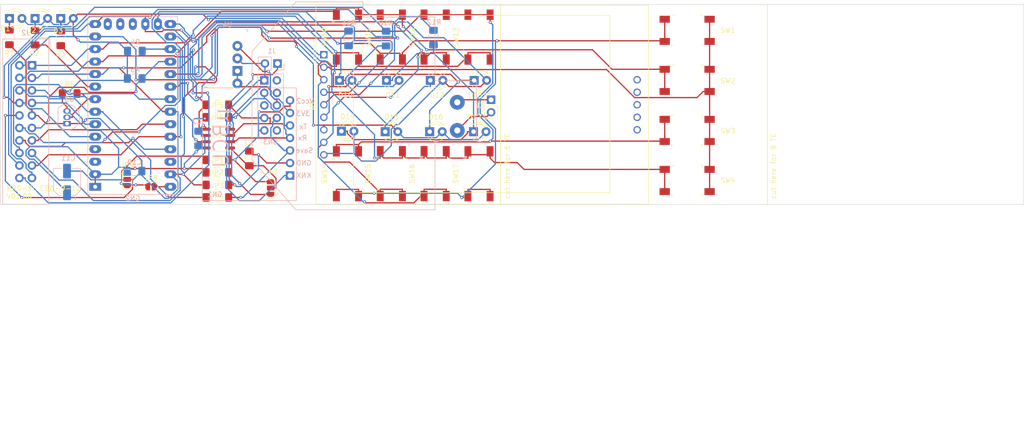
<source format=kicad_pcb>
(kicad_pcb (version 20171130) (host pcbnew "(5.1.4)-1")
  (title_block (title "KRS-XL CB6-9-12") (date 2019-11-08) (rev V01.00) (company "SirSydom KNX Labs") (comment 2 com@sirsydom.de))
  (layers (0 F.Cu signal) (31 B.Cu signal) (34 B.Paste user hide) (35 F.Paste user hide) (36 B.SilkS user) (37 F.SilkS user) (38 B.Mask user) (39 F.Mask user) (44 Edge.Cuts user))
  (net 0 "")
  (net 1 "Net-(U1-Pad14)")
  (net 2 "Net-(U1-Pad13)")
  (net 3 "Net-(U1-Pad12)")
  (net 4 "Net-(U1-Pad11)")
  (net 5 "Net-(U1-Pad10)")
  (net 6 MISO)
  (net 7 SCK)
  (net 8 MOSI)
  (net 9 GND)
  (net 10 +3V3)
  (net 11 "Net-(GN2-Pad16)")
  (net 12 "Net-(GN2-Pad15)")
  (net 13 "Net-(GN1-Pad4)")
  (net 14 "Net-(GN2-Pad31)")
  (net 15 "Net-(GN2-Pad30)")
  (net 16 "Net-(GN2-Pad29)")
  (net 17 +5V)
  (net 18 "Net-(GN2-Pad26)")
  (net 19 A1)
  (net 20 A0)
  (net 21 SCL)
  (net 22 "Net-(GN2-Pad4)")
  (net 23 SDA)
  (net 24 "Net-(GN2-Pad3)")
  (net 25 "Net-(GN1-Pad3)")
  (net 26 "Net-(D1-Pad1)")
  (net 27 "Net-(D2-Pad1)")
  (net 28 "Net-(D3-Pad1)")
  (net 29 "Net-(GN1-Pad1)")
  (net 30 D4)
  (net 31 D3)
  (net 32 D2)
  (net 33 D13)
  (net 34 D12)
  (net 35 A5)
  (net 36 D11)
  (net 37 A4)
  (net 38 D10)
  (net 39 A3)
  (net 40 D9)
  (net 41 A2)
  (net 42 D7)
  (net 43 D5)
  (net 44 "Net-(C1-Pad2)")
  (net 45 "Net-(C1-Pad1)")
  (net 46 "Net-(D10-Pad1)")
  (net 47 "Net-(D11-Pad1)")
  (net 48 "Net-(D12-Pad1)")
  (net 49 "Net-(GN3-Pad3)")
  (net 50 "Net-(GN3-Pad6)")
  (net 51 "Net-(GN3-Pad8)")
  (net 52 "Net-(GN3-Pad9)")
  (net 53 "Net-(GN3-Pad10)")
  (net 54 "Net-(GN3-Pad11)")
  (net 55 "Net-(GN3-Pad12)")
  (net 56 "Net-(GN1-Pad7)")
  (net 57 "Net-(GN1-Pad5)")
  (net 58 "Net-(GN1-Pad6)")
  (net 59 "Net-(GN2-Pad28)")
  (net 60 "Net-(J2-Pad10)")
  (module digikey-footprints:Switch_Tactile_SMD_6x6mm (layer F.Cu) (at 189.23 75.565)
    (fp_text reference SW3 (at 8.255 0.077) (layer F.SilkS))
    (fp_text value SW_Push_Dual)
    (pad 1 smd rect (at -4.55 -2.25 270) (size 1.4 2.1) (layers F.Cu F.Paste F.Mask) (net 42 D7))
    (pad 3 smd rect (at -4.55 2.25 270) (size 1.4 2.1) (layers F.Cu F.Paste F.Mask) (net 42 D7))
    (pad 4 smd rect (at 4.55 2.25 270) (size 1.4 2.1) (layers F.Cu F.Paste F.Mask) (net 9 GND))
    (pad 2 smd rect (at 4.55 -2.25 270) (size 1.4 2.1) (layers F.Cu F.Paste F.Mask) (net 9 GND))
  )
  (module Jumper:SolderJumper-2_P1.3mm_Open_RoundedPad1.0x1.5mm (layer F.Cu) (at 80.518 86.995)
    (fp_text reference JP8 (at 0 -1.8) (layer F.SilkS))
    (fp_text value "Use 5V")
    (pad 2 smd custom (at 0.65 0) (size 1 0.5) (layers F.Cu F.Mask) (net 59 "Net-(GN2-Pad28)") (options (clearance outline) (anchor rect)) (primitives (gr_circle (center 0 0.25) (end 0.5 0.25) (width 0)) (gr_circle (center 0 -0.25) (end 0.5 -0.25) (width 0)) (gr_poly (pts (xy 0 -0.75) (xy -0.5 -0.75) (xy -0.5 0.75) (xy 0 0.75)) (width 0))))
    (pad 1 smd custom (at -0.65 0) (size 1 0.5) (layers F.Cu F.Mask) (net 17 +5V) (options (clearance outline) (anchor rect)) (primitives (gr_circle (center 0 0.25) (end 0.5 0.25) (width 0)) (gr_circle (center 0 -0.25) (end 0.5 -0.25) (width 0)) (gr_poly (pts (xy 0 -0.75) (xy 0.5 -0.75) (xy 0.5 0.75) (xy 0 0.75)) (width 0))))
  )
  (module Jumper:SolderJumper-3_P1.3mm_Open_RoundedPad1.0x1.5mm (layer F.Cu) (at 75.692 85.501 270)
    (fp_text reference JP9 (at -2.951 0 180) (layer F.SilkS))
    (fp_text value "Use 3V3 or 5V to App")
    (pad 2 smd rect (at 0 0 270) (size 1 1.5) (layers F.Cu F.Mask) (net 60 "Net-(J2-Pad10)"))
    (pad 3 smd custom (at 1.3 0 270) (size 1 0.5) (layers F.Cu F.Mask) (net 17 +5V) (options (clearance outline) (anchor rect)) (primitives (gr_circle (center 0 0.25) (end 0.5 0.25) (width 0)) (gr_circle (center 0 -0.25) (end 0.5 -0.25) (width 0)) (gr_poly (pts (xy -0.55 -0.75) (xy 0 -0.75) (xy 0 0.75) (xy -0.55 0.75)) (width 0))))
    (pad 1 smd custom (at -1.3 0 270) (size 1 0.5) (layers F.Cu F.Mask) (net 10 +3V3) (options (clearance outline) (anchor rect)) (primitives (gr_circle (center 0 0.25) (end 0.5 0.25) (width 0)) (gr_circle (center 0 -0.25) (end 0.5 -0.25) (width 0)) (gr_poly (pts (xy 0.55 -0.75) (xy 0 -0.75) (xy 0 0.75) (xy 0.55 0.75)) (width 0))))
  )
  (module Jumper:SolderJumper-3_P1.3mm_Open_RoundedPad1.0x1.5mm (layer F.Cu) (at 104.775 87.249 90)
    (fp_text reference JP7 (at 3.048 0.127 180) (layer F.SilkS))
    (fp_text value SolderJumper_3_Open)
    (pad 2 smd rect (at 0 0 90) (size 1 1.5) (layers F.Cu F.Mask) (net 45 "Net-(C1-Pad1)"))
    (pad 3 smd custom (at 1.3 0 90) (size 1 0.5) (layers F.Cu F.Mask) (net 56 "Net-(GN1-Pad7)") (options (clearance outline) (anchor rect)) (primitives (gr_circle (center 0 0.25) (end 0.5 0.25) (width 0)) (gr_circle (center 0 -0.25) (end 0.5 -0.25) (width 0)) (gr_poly (pts (xy -0.55 -0.75) (xy 0 -0.75) (xy 0 0.75) (xy -0.55 0.75)) (width 0))))
    (pad 1 smd custom (at -1.3 0 90) (size 1 0.5) (layers F.Cu F.Mask) (net 58 "Net-(GN1-Pad6)") (options (clearance outline) (anchor rect)) (primitives (gr_circle (center 0 0.25) (end 0.5 0.25) (width 0)) (gr_circle (center 0 -0.25) (end 0.5 -0.25) (width 0)) (gr_poly (pts (xy 0.55 -0.75) (xy 0 -0.75) (xy 0 0.75) (xy 0.55 0.75)) (width 0))))
  )
  (module Connector_IDC:IDC-Header_2x10_P2.54mm_Vertical (layer B.Cu) (at 56.388 62.357 180)
    (fp_text reference J2 (at 1.27 6.604) (layer B.SilkS) (effects (justify mirror)))
    (fp_text value Conn_02x10_Odd_Even)
    (pad 20 thru_hole oval (at 2.54 -22.86 180) (size 1.7272 1.7272) (drill 1.016) (layers *.Cu *.Mask) (net 30 D4))
    (pad 19 thru_hole oval (at 0 -22.86 180) (size 1.7272 1.7272) (drill 1.016) (layers *.Cu *.Mask) (net 32 D2))
    (pad 18 thru_hole oval (at 2.54 -20.32 180) (size 1.7272 1.7272) (drill 1.016) (layers *.Cu *.Mask) (net 31 D3))
    (pad 17 thru_hole oval (at 0 -20.32 180) (size 1.7272 1.7272) (drill 1.016) (layers *.Cu *.Mask) (net 34 D12))
    (pad 16 thru_hole oval (at 2.54 -17.78 180) (size 1.7272 1.7272) (drill 1.016) (layers *.Cu *.Mask) (net 40 D9))
    (pad 15 thru_hole oval (at 0 -17.78 180) (size 1.7272 1.7272) (drill 1.016) (layers *.Cu *.Mask) (net 38 D10))
    (pad 14 thru_hole oval (at 2.54 -15.24 180) (size 1.7272 1.7272) (drill 1.016) (layers *.Cu *.Mask) (net 33 D13))
    (pad 13 thru_hole oval (at 0 -15.24 180) (size 1.7272 1.7272) (drill 1.016) (layers *.Cu *.Mask) (net 36 D11))
    (pad 12 thru_hole oval (at 2.54 -12.7 180) (size 1.7272 1.7272) (drill 1.016) (layers *.Cu *.Mask) (net 23 SDA))
    (pad 11 thru_hole oval (at 0 -12.7 180) (size 1.7272 1.7272) (drill 1.016) (layers *.Cu *.Mask) (net 21 SCL))
    (pad 10 thru_hole oval (at 2.54 -10.16 180) (size 1.7272 1.7272) (drill 1.016) (layers *.Cu *.Mask) (net 60 "Net-(J2-Pad10)"))
    (pad 9 thru_hole oval (at 0 -10.16 180) (size 1.7272 1.7272) (drill 1.016) (layers *.Cu *.Mask) (net 9 GND))
    (pad 8 thru_hole oval (at 2.54 -7.62 180) (size 1.7272 1.7272) (drill 1.016) (layers *.Cu *.Mask) (net 20 A0))
    (pad 7 thru_hole oval (at 0 -7.62 180) (size 1.7272 1.7272) (drill 1.016) (layers *.Cu *.Mask) (net 19 A1))
    (pad 6 thru_hole oval (at 2.54 -5.08 180) (size 1.7272 1.7272) (drill 1.016) (layers *.Cu *.Mask) (net 41 A2))
    (pad 5 thru_hole oval (at 0 -5.08 180) (size 1.7272 1.7272) (drill 1.016) (layers *.Cu *.Mask) (net 39 A3))
    (pad 4 thru_hole oval (at 2.54 -2.54 180) (size 1.7272 1.7272) (drill 1.016) (layers *.Cu *.Mask) (net 7 SCK))
    (pad 3 thru_hole oval (at 0 -2.54 180) (size 1.7272 1.7272) (drill 1.016) (layers *.Cu *.Mask) (net 35 A5))
    (pad 2 thru_hole oval (at 2.54 0 180) (size 1.7272 1.7272) (drill 1.016) (layers *.Cu *.Mask) (net 6 MISO))
    (pad 1 thru_hole rect (at 0 0 180) (size 1.7272 1.7272) (drill 1.016) (layers *.Cu *.Mask) (net 8 MOSI))
  )
  (module sirsydom:CR2013-MI2120_wo_holes (layer F.Cu) (at 115.57 60.198)
    (fp_text reference U1 (at -2.413 10.287 90) (layer F.SilkS))
    (fp_text value CR2013-MI2120)
    (pad 14 thru_hole circle (at 63.52 15.24) (size 1.5 1.5) (drill 1) (layers *.Cu *.Mask) (net 1 "Net-(U1-Pad14)"))
    (pad 13 thru_hole circle (at 63.52 12.7) (size 1.5 1.5) (drill 1) (layers *.Cu *.Mask) (net 2 "Net-(U1-Pad13)"))
    (pad 12 thru_hole circle (at 63.52 10.16) (size 1.5 1.5) (drill 1) (layers *.Cu *.Mask) (net 3 "Net-(U1-Pad12)"))
    (pad 11 thru_hole circle (at 63.52 7.62) (size 1.5 1.5) (drill 1) (layers *.Cu *.Mask) (net 4 "Net-(U1-Pad11)"))
    (pad 10 thru_hole circle (at 63.52 5.08) (size 1.5 1.5) (drill 1) (layers *.Cu *.Mask) (net 5 "Net-(U1-Pad10)"))
    (pad 9 thru_hole circle (at 0 20.32) (size 1.5 1.5) (drill 1) (layers *.Cu *.Mask) (net 6 MISO))
    (pad 8 thru_hole circle (at 0 17.78) (size 1.5 1.5) (drill 1) (layers *.Cu *.Mask) (net 31 D3))
    (pad 7 thru_hole circle (at 0 15.24) (size 1.5 1.5) (drill 1) (layers *.Cu *.Mask) (net 7 SCK))
    (pad 6 thru_hole circle (at 0 12.7) (size 1.5 1.5) (drill 1) (layers *.Cu *.Mask) (net 8 MOSI))
    (pad 5 thru_hole circle (at 0 10.16) (size 1.5 1.5) (drill 1) (layers *.Cu *.Mask) (net 32 D2))
    (pad 4 thru_hole circle (at 0 7.62) (size 1.5 1.5) (drill 1) (layers *.Cu *.Mask) (net 35 A5))
    (pad 3 thru_hole circle (at 0 5.08) (size 1.5 1.5) (drill 1) (layers *.Cu *.Mask) (net 30 D4))
    (pad 2 thru_hole circle (at 0 2.54) (size 1.5 1.5) (drill 1) (layers *.Cu *.Mask) (net 9 GND))
    (pad 1 thru_hole rect (at 0 0) (size 1.5 1.5) (drill 1) (layers *.Cu *.Mask) (net 10 +3V3))
  )
  (module Resistor_SMD:R_1206_3216Metric_Pad1.42x1.75mm_HandSolder (layer B.Cu) (at 77.216 65.024)
    (fp_text reference R5 (at 0.127 -1.778) (layer B.SilkS) (effects (justify mirror)))
    (fp_text value 1k)
    (pad 2 smd roundrect (at 1.4875 0) (size 1.425 1.75) (layers B.Cu B.Paste B.Mask) (roundrect_rratio 0.175439) (net 21 SCL))
    (pad 1 smd roundrect (at -1.4875 0) (size 1.425 1.75) (layers B.Cu B.Paste B.Mask) (roundrect_rratio 0.175439) (net 10 +3V3))
  )
  (module Resistor_SMD:R_1206_3216Metric_Pad1.42x1.75mm_HandSolder (layer B.Cu) (at 77.2525 59.436)
    (fp_text reference R4 (at 0.0905 -1.778) (layer B.SilkS) (effects (justify mirror)))
    (fp_text value 1k)
    (pad 2 smd roundrect (at 1.4875 0) (size 1.425 1.75) (layers B.Cu B.Paste B.Mask) (roundrect_rratio 0.175439) (net 23 SDA))
    (pad 1 smd roundrect (at -1.4875 0) (size 1.425 1.75) (layers B.Cu B.Paste B.Mask) (roundrect_rratio 0.175439) (net 10 +3V3))
  )
  (module Capacitor_SMD:CP_Elec_5x5.3 (layer B.Cu) (at 63.5 86.02 90)
    (fp_text reference C11 (at 4.867 0.254) (layer B.SilkS) (effects (justify mirror)))
    (fp_text value 10µF)
    (pad 2 smd roundrect (at 2.2 0 90) (size 3 1.6) (layers B.Cu B.Paste B.Mask) (roundrect_rratio 0.15625) (net 9 GND))
    (pad 1 smd roundrect (at -2.2 0 90) (size 3 1.6) (layers B.Cu B.Paste B.Mask) (roundrect_rratio 0.15625) (net 10 +3V3))
  )
  (module Capacitor_SMD:C_1206_3216Metric_Pad1.42x1.75mm_HandSolder (layer B.Cu) (at 77.1795 83.82 180)
    (fp_text reference C10 (at 0 1.82) (layer B.SilkS) (effects (justify mirror)))
    (fp_text value 100nF)
    (pad 2 smd roundrect (at 1.4875 0 180) (size 1.425 1.75) (layers B.Cu B.Paste B.Mask) (roundrect_rratio 0.175439) (net 10 +3V3))
    (pad 1 smd roundrect (at -1.4875 0 180) (size 1.425 1.75) (layers B.Cu B.Paste B.Mask) (roundrect_rratio 0.175439) (net 9 GND))
  )
  (module digikey-footprints:Switch_Tactile_SMD_6x6mm (layer F.Cu) (at 147.03 84.3534 90)
    (fp_text reference SW17 (at -0.03 -4.69 90) (layer F.SilkS))
    (fp_text value SW_Push_Dual)
    (pad 1 smd rect (at -4.55 -2.25) (size 1.4 2.1) (layers F.Cu F.Paste F.Mask) (net 34 D12))
    (pad 3 smd rect (at -4.55 2.25) (size 1.4 2.1) (layers F.Cu F.Paste F.Mask) (net 34 D12))
    (pad 4 smd rect (at 4.55 2.25) (size 1.4 2.1) (layers F.Cu F.Paste F.Mask) (net 43 D5))
    (pad 2 smd rect (at 4.55 -2.25) (size 1.4 2.1) (layers F.Cu F.Paste F.Mask) (net 43 D5))
  )
  (module digikey-footprints:Switch_Tactile_SMD_6x6mm (layer F.Cu) (at 120.36 84.35 90)
    (fp_text reference SW14 (at -0.03 -4.69 90) (layer F.SilkS))
    (fp_text value SW_Push_Dual)
    (pad 1 smd rect (at -4.55 -2.25) (size 1.4 2.1) (layers F.Cu F.Paste F.Mask) (net 34 D12))
    (pad 3 smd rect (at -4.55 2.25) (size 1.4 2.1) (layers F.Cu F.Paste F.Mask) (net 34 D12))
    (pad 4 smd rect (at 4.55 2.25) (size 1.4 2.1) (layers F.Cu F.Paste F.Mask) (net 42 D7))
    (pad 2 smd rect (at 4.55 -2.25) (size 1.4 2.1) (layers F.Cu F.Paste F.Mask) (net 42 D7))
  )
  (module digikey-footprints:Switch_Tactile_SMD_6x6mm (layer F.Cu) (at 147.03 56.62 90)
    (fp_text reference SW13 (at -0.03 -4.69 90) (layer F.SilkS))
    (fp_text value SW_Push_Dual)
    (pad 1 smd rect (at -4.55 -2.25) (size 1.4 2.1) (layers F.Cu F.Paste F.Mask) (net 30 D4))
    (pad 3 smd rect (at -4.55 2.25) (size 1.4 2.1) (layers F.Cu F.Paste F.Mask) (net 30 D4))
    (pad 4 smd rect (at 4.55 2.25) (size 1.4 2.1) (layers F.Cu F.Paste F.Mask) (net 42 D7))
    (pad 2 smd rect (at 4.55 -2.25) (size 1.4 2.1) (layers F.Cu F.Paste F.Mask) (net 42 D7))
  )
  (module digikey-footprints:Switch_Tactile_SMD_6x6mm (layer F.Cu) (at 138.14 56.62 90)
    (fp_text reference SW12 (at -0.03 -4.69 90) (layer F.SilkS))
    (fp_text value SW_Push_Dual)
    (pad 1 smd rect (at -4.55 -2.25) (size 1.4 2.1) (layers F.Cu F.Paste F.Mask) (net 31 D3))
    (pad 3 smd rect (at -4.55 2.25) (size 1.4 2.1) (layers F.Cu F.Paste F.Mask) (net 31 D3))
    (pad 4 smd rect (at 4.55 2.25) (size 1.4 2.1) (layers F.Cu F.Paste F.Mask) (net 42 D7))
    (pad 2 smd rect (at 4.55 -2.25) (size 1.4 2.1) (layers F.Cu F.Paste F.Mask) (net 42 D7))
  )
  (module digikey-footprints:Switch_Tactile_SMD_6x6mm (layer F.Cu) (at 129.25 56.62 90)
    (fp_text reference SW11 (at -0.03 -4.69 90) (layer F.SilkS))
    (fp_text value SW_Push_Dual)
    (pad 1 smd rect (at -4.55 -2.25) (size 1.4 2.1) (layers F.Cu F.Paste F.Mask) (net 34 D12))
    (pad 3 smd rect (at -4.55 2.25) (size 1.4 2.1) (layers F.Cu F.Paste F.Mask) (net 34 D12))
    (pad 4 smd rect (at 4.55 2.25) (size 1.4 2.1) (layers F.Cu F.Paste F.Mask) (net 40 D9))
    (pad 2 smd rect (at 4.55 -2.25) (size 1.4 2.1) (layers F.Cu F.Paste F.Mask) (net 40 D9))
  )
  (module digikey-footprints:Switch_Tactile_SMD_6x6mm (layer F.Cu) (at 120.36 56.62 90)
    (fp_text reference SW10 (at -0.03 -4.69 90) (layer F.SilkS))
    (fp_text value SW_Push_Dual)
    (pad 1 smd rect (at -4.55 -2.25) (size 1.4 2.1) (layers F.Cu F.Paste F.Mask) (net 30 D4))
    (pad 3 smd rect (at -4.55 2.25) (size 1.4 2.1) (layers F.Cu F.Paste F.Mask) (net 30 D4))
    (pad 4 smd rect (at 4.55 2.25) (size 1.4 2.1) (layers F.Cu F.Paste F.Mask) (net 40 D9))
    (pad 2 smd rect (at 4.55 -2.25) (size 1.4 2.1) (layers F.Cu F.Paste F.Mask) (net 40 D9))
  )
  (module Resistor_SMD:R_1206_3216Metric_Pad1.42x1.75mm_HandSolder (layer B.Cu) (at 137.795 56.7325 90)
    (fp_text reference R12 (at 3.1385 0.127 180) (layer B.SilkS) (effects (justify mirror)))
    (fp_text value R)
    (pad 2 smd roundrect (at 1.4875 0 90) (size 1.425 1.75) (layers B.Cu B.Paste B.Mask) (roundrect_rratio 0.175439) (net 32 D2))
    (pad 1 smd roundrect (at -1.4875 0 90) (size 1.425 1.75) (layers B.Cu B.Paste B.Mask) (roundrect_rratio 0.175439) (net 47 "Net-(D11-Pad1)"))
  )
  (module Resistor_SMD:R_1206_3216Metric_Pad1.42x1.75mm_HandSolder (layer B.Cu) (at 120.574 56.8849 270)
    (fp_text reference R11 (at -3.1639 -0.076) (layer B.SilkS) (effects (justify mirror)))
    (fp_text value R)
    (pad 2 smd roundrect (at 1.4875 0 270) (size 1.425 1.75) (layers B.Cu B.Paste B.Mask) (roundrect_rratio 0.175439) (net 35 A5))
    (pad 1 smd roundrect (at -1.4875 0 270) (size 1.425 1.75) (layers B.Cu B.Paste B.Mask) (roundrect_rratio 0.175439) (net 46 "Net-(D10-Pad1)"))
  )
  (module Resistor_SMD:R_1206_3216Metric_Pad1.42x1.75mm_HandSolder (layer B.Cu) (at 128.194 56.9214 90)
    (fp_text reference R10 (at 3.2004 -0.051 180) (layer B.SilkS) (effects (justify mirror)))
    (fp_text value R)
    (pad 2 smd roundrect (at 1.4875 0 90) (size 1.425 1.75) (layers B.Cu B.Paste B.Mask) (roundrect_rratio 0.175439) (net 20 A0))
    (pad 1 smd roundrect (at -1.4875 0 90) (size 1.425 1.75) (layers B.Cu B.Paste B.Mask) (roundrect_rratio 0.175439) (net 48 "Net-(D12-Pad1)"))
  )
  (module LED_THT:LED_D3.0mm_Clear (layer F.Cu) (at 137.033 75.819)
    (fp_text reference D16 (at 1.27 -2.96) (layer F.SilkS))
    (fp_text value LED)
    (pad 2 thru_hole circle (at 2.54 0) (size 1.8 1.8) (drill 0.9) (layers *.Cu *.Mask) (net 7 SCK))
    (pad 1 thru_hole rect (at 0 0) (size 1.8 1.8) (drill 0.9) (layers *.Cu *.Mask) (net 46 "Net-(D10-Pad1)"))
  )
  (module LED_THT:LED_D3.0mm_Clear (layer F.Cu) (at 119.126 75.7174)
    (fp_text reference D14 (at 1.27 -2.96) (layer F.SilkS))
    (fp_text value LED)
    (pad 2 thru_hole circle (at 2.54 0) (size 1.8 1.8) (drill 0.9) (layers *.Cu *.Mask) (net 6 MISO))
    (pad 1 thru_hole rect (at 0 0) (size 1.8 1.8) (drill 0.9) (layers *.Cu *.Mask) (net 47 "Net-(D11-Pad1)"))
  )
  (module LED_THT:LED_D3.0mm_Clear (layer F.Cu) (at 146.05 65.405)
    (fp_text reference D13 (at 0.24 3.055) (layer F.SilkS))
    (fp_text value LED)
    (pad 2 thru_hole circle (at 2.54 0) (size 1.8 1.8) (drill 0.9) (layers *.Cu *.Mask) (net 6 MISO))
    (pad 1 thru_hole rect (at 0 0) (size 1.8 1.8) (drill 0.9) (layers *.Cu *.Mask) (net 46 "Net-(D10-Pad1)"))
  )
  (module LED_THT:LED_D3.0mm_Clear (layer F.Cu) (at 137.16 65.405)
    (fp_text reference D12 (at 1.38 3.005) (layer F.SilkS))
    (fp_text value LED)
    (pad 2 thru_hole circle (at 2.54 0) (size 1.8 1.8) (drill 0.9) (layers *.Cu *.Mask) (net 6 MISO))
    (pad 1 thru_hole rect (at 0 0) (size 1.8 1.8) (drill 0.9) (layers *.Cu *.Mask) (net 48 "Net-(D12-Pad1)"))
  )
  (module LED_THT:LED_D3.0mm_Clear (layer F.Cu) (at 128.27 65.405)
    (fp_text reference D11 (at 1.31 3.005) (layer F.SilkS))
    (fp_text value LED)
    (pad 2 thru_hole circle (at 2.54 0) (size 1.8 1.8) (drill 0.9) (layers *.Cu *.Mask) (net 8 MOSI))
    (pad 1 thru_hole rect (at 0 0) (size 1.8 1.8) (drill 0.9) (layers *.Cu *.Mask) (net 47 "Net-(D11-Pad1)"))
  )
  (module LED_THT:LED_D3.0mm_Clear (layer F.Cu) (at 118.745 65.405)
    (fp_text reference D10 (at 1.215 3.005) (layer F.SilkS))
    (fp_text value LED)
    (pad 2 thru_hole circle (at 2.54 0) (size 1.8 1.8) (drill 0.9) (layers *.Cu *.Mask) (net 8 MOSI))
    (pad 1 thru_hole rect (at 0 0) (size 1.8 1.8) (drill 0.9) (layers *.Cu *.Mask) (net 46 "Net-(D10-Pad1)"))
  )
  (module Capacitor_SMD:C_1206_3216Metric_Pad1.42x1.75mm_HandSolder (layer B.Cu) (at 90.17 77.216 270)
    (fp_text reference C2 (at -3.429 0.381) (layer B.SilkS) (effects (justify mirror)))
    (fp_text value C)
    (pad 2 smd roundrect (at 1.4875 0 270) (size 1.425 1.75) (layers B.Cu B.Paste B.Mask) (roundrect_rratio 0.175439) (net 10 +3V3))
    (pad 1 smd roundrect (at -1.4875 0 270) (size 1.425 1.75) (layers B.Cu B.Paste B.Mask) (roundrect_rratio 0.175439) (net 9 GND))
  )
  (module Capacitor_SMD:C_1206_3216Metric_Pad1.42x1.75mm_HandSolder (layer F.Cu) (at 100.457 81.2435 90)
    (fp_text reference C1 (at 3.2655 0 180) (layer F.SilkS))
    (fp_text value C)
    (pad 2 smd roundrect (at 1.4875 0 90) (size 1.425 1.75) (layers F.Cu F.Paste F.Mask) (roundrect_rratio 0.175439) (net 44 "Net-(C1-Pad2)"))
    (pad 1 smd roundrect (at -1.4875 0 90) (size 1.425 1.75) (layers F.Cu F.Paste F.Mask) (roundrect_rratio 0.175439) (net 45 "Net-(C1-Pad1)"))
  )
  (module digikey-footprints:Switch_Tactile_SMD_6x6mm (layer F.Cu) (at 138.14 84.3314 90)
    (fp_text reference SW16 (at -0.03 -4.69 90) (layer F.SilkS))
    (fp_text value SW_Push_Dual)
    (pad 1 smd rect (at -4.55 -2.25) (size 1.4 2.1) (layers F.Cu F.Paste F.Mask) (net 30 D4))
    (pad 3 smd rect (at -4.55 2.25) (size 1.4 2.1) (layers F.Cu F.Paste F.Mask) (net 30 D4))
    (pad 4 smd rect (at 4.55 2.25) (size 1.4 2.1) (layers F.Cu F.Paste F.Mask) (net 43 D5))
    (pad 2 smd rect (at 4.55 -2.25) (size 1.4 2.1) (layers F.Cu F.Paste F.Mask) (net 43 D5))
  )
  (module digikey-footprints:Switch_Tactile_SMD_6x6mm (layer F.Cu) (at 129.25 84.3314 90)
    (fp_text reference SW15 (at -0.03 -4.69 90) (layer F.SilkS))
    (fp_text value SW_Push_Dual)
    (pad 1 smd rect (at -4.55 -2.25) (size 1.4 2.1) (layers F.Cu F.Paste F.Mask) (net 31 D3))
    (pad 3 smd rect (at -4.55 2.25) (size 1.4 2.1) (layers F.Cu F.Paste F.Mask) (net 31 D3))
    (pad 4 smd rect (at 4.55 2.25) (size 1.4 2.1) (layers F.Cu F.Paste F.Mask) (net 43 D5))
    (pad 2 smd rect (at 4.55 -2.25) (size 1.4 2.1) (layers F.Cu F.Paste F.Mask) (net 43 D5))
  )
  (module LED_THT:LED_D3.0mm_Clear (layer F.Cu) (at 145.923 75.819)
    (fp_text reference D17 (at 0.227 -2.949) (layer F.SilkS))
    (fp_text value LED)
    (pad 2 thru_hole circle (at 2.54 0) (size 1.8 1.8) (drill 0.9) (layers *.Cu *.Mask) (net 7 SCK))
    (pad 1 thru_hole rect (at 0 0) (size 1.8 1.8) (drill 0.9) (layers *.Cu *.Mask) (net 47 "Net-(D11-Pad1)"))
  )
  (module LED_THT:LED_D3.0mm_Clear (layer F.Cu) (at 128.016 75.819)
    (fp_text reference D15 (at 1.27 -2.96) (layer F.SilkS))
    (fp_text value LED)
    (pad 2 thru_hole circle (at 2.54 0) (size 1.8 1.8) (drill 0.9) (layers *.Cu *.Mask) (net 7 SCK))
    (pad 1 thru_hole rect (at 0 0) (size 1.8 1.8) (drill 0.9) (layers *.Cu *.Mask) (net 48 "Net-(D12-Pad1)"))
  )
  (module Package_TO_SOT_THT:TO-92_Inline (layer B.Cu) (at 63.5 74.168 90)
    (fp_text reference U3 (at 4.953 0.508 180) (layer B.SilkS) (effects (justify mirror)))
    (fp_text value DS18B20)
    (pad 1 thru_hole rect (at 0 0 90) (size 1.05 1.5) (drill 0.75) (layers *.Cu *.Mask) (net 9 GND))
    (pad 3 thru_hole oval (at 2.54 0 90) (size 1.05 1.5) (drill 0.75) (layers *.Cu *.Mask) (net 10 +3V3))
    (pad 2 thru_hole oval (at 1.27 0 90) (size 1.05 1.5) (drill 0.75) (layers *.Cu *.Mask) (net 39 A3))
  )
  (module sirsydom:Konnekting_BCU (layer B.Cu) (at 108.712 84.709)
    (fp_text reference GN1 (at -15.24 3.81 180) (layer B.SilkS) (effects (justify mirror)))
    (fp_text value Konnekting_µBCU)
    (fp_text user µBCU (at -13.97 -7.62 90) (layer B.SilkS) (effects (font (size 3 3) (thickness 0.3)) (justify mirror)))
    (fp_text user Vcc2 (at 3.048 -15.113 180) (layer B.SilkS) (effects (justify mirror)))
    (fp_text user 3V3 (at 2.667 -12.573 180) (layer B.SilkS) (effects (justify mirror)))
    (fp_text user Tx (at 2.667 -9.906 180) (layer B.SilkS) (effects (justify mirror)))
    (fp_text user Rx (at 2.54 -7.62 180) (layer B.SilkS) (effects (justify mirror)))
    (fp_text user Save (at 2.921 -5.08 180) (layer B.SilkS) (effects (justify mirror)))
    (fp_text user GND (at 2.794 -2.54 180) (layer B.SilkS) (effects (justify mirror)))
    (fp_text user KNX (at 2.794 0 180) (layer B.SilkS) (effects (justify mirror)))
    (pad 7 thru_hole oval (at 0 -15.24) (size 1.7 1.7) (drill 1) (layers *.Cu *.Mask) (net 56 "Net-(GN1-Pad7)"))
    (pad 6 thru_hole oval (at 0 -12.7) (size 1.7 1.7) (drill 1) (layers *.Cu *.Mask) (net 58 "Net-(GN1-Pad6)"))
    (pad 5 thru_hole oval (at 0 -10.16) (size 1.7 1.7) (drill 1) (layers *.Cu *.Mask) (net 57 "Net-(GN1-Pad5)"))
    (pad 4 thru_hole oval (at 0 -7.62) (size 1.7 1.7) (drill 1) (layers *.Cu *.Mask) (net 13 "Net-(GN1-Pad4)"))
    (pad 3 thru_hole oval (at 0 -5.08) (size 1.7 1.7) (drill 1) (layers *.Cu *.Mask) (net 25 "Net-(GN1-Pad3)"))
    (pad 2 thru_hole oval (at 0 -2.54) (size 1.7 1.7) (drill 1) (layers *.Cu *.Mask) (net 44 "Net-(C1-Pad2)"))
    (pad 1 thru_hole rect (at 0 0) (size 1.7 1.7) (drill 1) (layers *.Cu *.Mask) (net 29 "Net-(GN1-Pad1)"))
  )
  (module LED_THT:LED_D3.0mm_Clear (layer F.Cu) (at 51.816 52.832)
    (fp_text reference D1 (at -0.806 2.058) (layer F.SilkS))
    (fp_text value LED)
    (pad 2 thru_hole circle (at 2.54 0) (size 1.8 1.8) (drill 0.9) (layers *.Cu *.Mask) (net 10 +3V3))
    (pad 1 thru_hole rect (at 0 0) (size 1.8 1.8) (drill 0.9) (layers *.Cu *.Mask) (net 26 "Net-(D1-Pad1)"))
  )
  (module LED_THT:LED_D3.0mm_Clear (layer F.Cu) (at 57.023 52.832)
    (fp_text reference D2 (at -0.746 2.398) (layer F.SilkS))
    (fp_text value LED)
    (pad 2 thru_hole circle (at 2.54 0) (size 1.8 1.8) (drill 0.9) (layers *.Cu *.Mask) (net 10 +3V3))
    (pad 1 thru_hole rect (at 0 0) (size 1.8 1.8) (drill 0.9) (layers *.Cu *.Mask) (net 27 "Net-(D2-Pad1)"))
  )
  (module LED_THT:LED_D3.0mm_Clear (layer F.Cu) (at 62.23 52.832)
    (fp_text reference D3 (at -0.534 2.508) (layer F.SilkS))
    (fp_text value LED)
    (pad 2 thru_hole circle (at 2.54 0) (size 1.8 1.8) (drill 0.9) (layers *.Cu *.Mask) (net 10 +3V3))
    (pad 1 thru_hole rect (at 0 0) (size 1.8 1.8) (drill 0.9) (layers *.Cu *.Mask) (net 28 "Net-(D3-Pad1)"))
  )
  (module digikey-footprints:Switch_Tactile_SMD_6x6mm (layer F.Cu) (at 189.23 85.725)
    (fp_text reference SW4 (at 8.255 -0.038) (layer F.SilkS))
    (fp_text value SW_Push_Dual)
    (pad 1 smd rect (at -4.55 -2.25 270) (size 1.4 2.1) (layers F.Cu F.Paste F.Mask) (net 43 D5))
    (pad 3 smd rect (at -4.55 2.25 270) (size 1.4 2.1) (layers F.Cu F.Paste F.Mask) (net 43 D5))
    (pad 4 smd rect (at 4.55 2.25 270) (size 1.4 2.1) (layers F.Cu F.Paste F.Mask) (net 9 GND))
    (pad 2 smd rect (at 4.55 -2.25 270) (size 1.4 2.1) (layers F.Cu F.Paste F.Mask) (net 9 GND))
  )
  (module digikey-footprints:Switch_Tactile_SMD_6x6mm (layer F.Cu) (at 189.23 65.405)
    (fp_text reference SW2 (at 8.255 0.097) (layer F.SilkS))
    (fp_text value SW_Push_Dual)
    (pad 1 smd rect (at -4.55 -2.25 270) (size 1.4 2.1) (layers F.Cu F.Paste F.Mask) (net 40 D9))
    (pad 3 smd rect (at -4.55 2.25 270) (size 1.4 2.1) (layers F.Cu F.Paste F.Mask) (net 40 D9))
    (pad 4 smd rect (at 4.55 2.25 270) (size 1.4 2.1) (layers F.Cu F.Paste F.Mask) (net 9 GND))
    (pad 2 smd rect (at 4.55 -2.25 270) (size 1.4 2.1) (layers F.Cu F.Paste F.Mask) (net 9 GND))
  )
  (module digikey-footprints:Switch_Tactile_SMD_6x6mm (layer F.Cu) (at 189.23 55.245)
    (fp_text reference SW1 (at 8.255 0) (layer F.SilkS))
    (fp_text value SW_Push_Dual)
    (pad 1 smd rect (at -4.55 -2.25 270) (size 1.4 2.1) (layers F.Cu F.Paste F.Mask) (net 34 D12))
    (pad 3 smd rect (at -4.55 2.25 270) (size 1.4 2.1) (layers F.Cu F.Paste F.Mask) (net 34 D12))
    (pad 4 smd rect (at 4.55 2.25 270) (size 1.4 2.1) (layers F.Cu F.Paste F.Mask) (net 9 GND))
    (pad 2 smd rect (at 4.55 -2.25 270) (size 1.4 2.1) (layers F.Cu F.Paste F.Mask) (net 9 GND))
  )
  (module Resistor_SMD:R_1206_3216Metric_Pad1.42x1.75mm_HandSolder (layer F.Cu) (at 51.816 56.6785 270)
    (fp_text reference R1 (at 3.2115 0) (layer F.SilkS))
    (fp_text value R)
    (pad 2 smd roundrect (at 1.4875 0 270) (size 1.425 1.75) (layers F.Cu F.Paste F.Mask) (roundrect_rratio 0.175439) (net 9 GND))
    (pad 1 smd roundrect (at -1.4875 0 270) (size 1.425 1.75) (layers F.Cu F.Paste F.Mask) (roundrect_rratio 0.175439) (net 26 "Net-(D1-Pad1)"))
  )
  (module Resistor_SMD:R_1206_3216Metric_Pad1.42x1.75mm_HandSolder (layer F.Cu) (at 57.023 56.7325 270)
    (fp_text reference R2 (at 3.2115 0.127 180) (layer F.SilkS))
    (fp_text value R)
    (pad 2 smd roundrect (at 1.4875 0 270) (size 1.425 1.75) (layers F.Cu F.Paste F.Mask) (roundrect_rratio 0.175439) (net 37 A4))
    (pad 1 smd roundrect (at -1.4875 0 270) (size 1.425 1.75) (layers F.Cu F.Paste F.Mask) (roundrect_rratio 0.175439) (net 27 "Net-(D2-Pad1)"))
  )
  (module Resistor_SMD:R_1206_3216Metric_Pad1.42x1.75mm_HandSolder (layer F.Cu) (at 62.23 56.8595 270)
    (fp_text reference R3 (at 3.2115 0 180) (layer F.SilkS))
    (fp_text value R)
    (pad 2 smd roundrect (at 1.4875 0 270) (size 1.425 1.75) (layers F.Cu F.Paste F.Mask) (roundrect_rratio 0.175439) (net 38 D10))
    (pad 1 smd roundrect (at -1.4875 0 270) (size 1.425 1.75) (layers F.Cu F.Paste F.Mask) (roundrect_rratio 0.175439) (net 28 "Net-(D3-Pad1)"))
  )
  (module Connector_PinHeader_2.54mm:PinHeader_1x02_P2.54mm_Vertical (layer B.Cu) (at 106.172 61.976 90)
    (fp_text reference J1 (at 2.54 -1.143 180) (layer B.SilkS) (effects (justify mirror)))
    (fp_text value "KNX / GND")
    (pad 2 thru_hole oval (at 0 -2.54 90) (size 1.7 1.7) (drill 1) (layers *.Cu *.Mask) (net 44 "Net-(C1-Pad2)"))
    (pad 1 thru_hole rect (at 0 0 90) (size 1.7 1.7) (drill 1) (layers *.Cu *.Mask) (net 29 "Net-(GN1-Pad1)"))
  )
  (module sirsydom:ItsyBitsyM0 (layer B.Cu) (at 69.215 86.995)
    (fp_text reference GN2 (at 7.62 2.33) (layer B.SilkS) (effects (justify mirror)))
    (fp_text value ItsyBitsyM0)
    (pad 33 thru_hole oval (at 12.7 -33.02 270) (size 2.4 1.6) (drill 0.8) (layers *.Cu *.Mask) (net 30 D4))
    (pad 32 thru_hole oval (at 10.16 -33.02 270) (size 2.4 1.6) (drill 0.8) (layers *.Cu *.Mask) (net 31 D3))
    (pad 31 thru_hole oval (at 7.62 -33.02 270) (size 2.4 1.6) (drill 0.8) (layers *.Cu *.Mask) (net 14 "Net-(GN2-Pad31)"))
    (pad 30 thru_hole oval (at 5.08 -33.02 270) (size 2.4 1.6) (drill 0.8) (layers *.Cu *.Mask) (net 15 "Net-(GN2-Pad30)"))
    (pad 29 thru_hole oval (at 2.54 -33.02 270) (size 2.4 1.6) (drill 0.8) (layers *.Cu *.Mask) (net 16 "Net-(GN2-Pad29)"))
    (pad 28 thru_hole oval (at 15.24 0) (size 2.4 1.6) (drill 0.8) (layers *.Cu *.Mask) (net 59 "Net-(GN2-Pad28)"))
    (pad 14 thru_hole oval (at 0 -33.02) (size 2.4 1.6) (drill 0.8) (layers *.Cu *.Mask) (net 32 D2))
    (pad 27 thru_hole oval (at 15.24 -2.54) (size 2.4 1.6) (drill 0.8) (layers *.Cu *.Mask) (net 9 GND))
    (pad 13 thru_hole oval (at 0 -30.48) (size 2.4 1.6) (drill 0.8) (layers *.Cu *.Mask) (net 6 MISO))
    (pad 26 thru_hole oval (at 15.24 -5.08) (size 2.4 1.6) (drill 0.8) (layers *.Cu *.Mask) (net 18 "Net-(GN2-Pad26)"))
    (pad 12 thru_hole oval (at 0 -27.94) (size 2.4 1.6) (drill 0.8) (layers *.Cu *.Mask) (net 8 MOSI))
    (pad 25 thru_hole oval (at 15.24 -7.62) (size 2.4 1.6) (drill 0.8) (layers *.Cu *.Mask) (net 33 D13))
    (pad 11 thru_hole oval (at 0 -25.4) (size 2.4 1.6) (drill 0.8) (layers *.Cu *.Mask) (net 7 SCK))
    (pad 24 thru_hole oval (at 15.24 -10.16) (size 2.4 1.6) (drill 0.8) (layers *.Cu *.Mask) (net 34 D12))
    (pad 10 thru_hole oval (at 0 -22.86) (size 2.4 1.6) (drill 0.8) (layers *.Cu *.Mask) (net 35 A5))
    (pad 23 thru_hole oval (at 15.24 -12.7) (size 2.4 1.6) (drill 0.8) (layers *.Cu *.Mask) (net 36 D11))
    (pad 9 thru_hole oval (at 0 -20.32) (size 2.4 1.6) (drill 0.8) (layers *.Cu *.Mask) (net 37 A4))
    (pad 22 thru_hole oval (at 15.24 -15.24) (size 2.4 1.6) (drill 0.8) (layers *.Cu *.Mask) (net 38 D10))
    (pad 8 thru_hole oval (at 0 -17.78) (size 2.4 1.6) (drill 0.8) (layers *.Cu *.Mask) (net 39 A3))
    (pad 21 thru_hole oval (at 15.24 -17.78) (size 2.4 1.6) (drill 0.8) (layers *.Cu *.Mask) (net 40 D9))
    (pad 7 thru_hole oval (at 0 -15.24) (size 2.4 1.6) (drill 0.8) (layers *.Cu *.Mask) (net 41 A2))
    (pad 20 thru_hole oval (at 15.24 -20.32) (size 2.4 1.6) (drill 0.8) (layers *.Cu *.Mask) (net 42 D7))
    (pad 6 thru_hole oval (at 0 -12.7) (size 2.4 1.6) (drill 0.8) (layers *.Cu *.Mask) (net 19 A1))
    (pad 19 thru_hole oval (at 15.24 -22.86) (size 2.4 1.6) (drill 0.8) (layers *.Cu *.Mask) (net 43 D5))
    (pad 5 thru_hole oval (at 0 -10.16) (size 2.4 1.6) (drill 0.8) (layers *.Cu *.Mask) (net 20 A0))
    (pad 18 thru_hole oval (at 15.24 -25.4) (size 2.4 1.6) (drill 0.8) (layers *.Cu *.Mask) (net 21 SCL))
    (pad 4 thru_hole oval (at 0 -7.62) (size 2.4 1.6) (drill 0.8) (layers *.Cu *.Mask) (net 22 "Net-(GN2-Pad4)"))
    (pad 17 thru_hole oval (at 15.24 -27.94) (size 2.4 1.6) (drill 0.8) (layers *.Cu *.Mask) (net 23 SDA))
    (pad 3 thru_hole oval (at 0 -5.08) (size 2.4 1.6) (drill 0.8) (layers *.Cu *.Mask) (net 24 "Net-(GN2-Pad3)"))
    (pad 16 thru_hole oval (at 15.24 -30.48) (size 2.4 1.6) (drill 0.8) (layers *.Cu *.Mask) (net 11 "Net-(GN2-Pad16)"))
    (pad 2 thru_hole oval (at 0 -2.54) (size 2.4 1.6) (drill 0.8) (layers *.Cu *.Mask) (net 10 +3V3))
    (pad 15 thru_hole oval (at 15.24 -33.02) (size 2.4 1.6) (drill 0.8) (layers *.Cu *.Mask) (net 12 "Net-(GN2-Pad15)"))
    (pad 1 thru_hole rect (at 0 0) (size 2.4 1.6) (drill 0.8) (layers *.Cu *.Mask) (net 10 +3V3))
  )
  (module Package_SO:SOIC-8_3.9x4.9mm_P1.27mm (layer F.Cu) (at 94.1009 77.216 180)
    (fp_text reference U2 (at 0.12088 0.635 180) (layer F.SilkS))
    (fp_text value ADuM1201AR)
    (pad 8 smd roundrect (at 2.475 -1.905 180) (size 1.95 0.6) (layers F.Cu F.Paste F.Mask) (net 10 +3V3))
    (pad 7 smd roundrect (at 2.475 -0.635 180) (size 1.95 0.6) (layers F.Cu F.Paste F.Mask) (net 11 "Net-(GN2-Pad16)"))
    (pad 6 smd roundrect (at 2.475 0.635 180) (size 1.95 0.6) (layers F.Cu F.Paste F.Mask) (net 12 "Net-(GN2-Pad15)"))
    (pad 5 smd roundrect (at 2.475 1.905 180) (size 1.95 0.6) (layers F.Cu F.Paste F.Mask) (net 9 GND))
    (pad 4 smd roundrect (at -2.475 1.905 180) (size 1.95 0.6) (layers F.Cu F.Paste F.Mask) (net 44 "Net-(C1-Pad2)"))
    (pad 3 smd roundrect (at -2.475 0.635 180) (size 1.95 0.6) (layers F.Cu F.Paste F.Mask) (net 57 "Net-(GN1-Pad5)"))
    (pad 2 smd roundrect (at -2.475 -0.635 180) (size 1.95 0.6) (layers F.Cu F.Paste F.Mask) (net 13 "Net-(GN1-Pad4)"))
    (pad 1 smd roundrect (at -2.475 -1.905 180) (size 1.95 0.6) (layers F.Cu F.Paste F.Mask) (net 45 "Net-(C1-Pad1)"))
  )
  (module sirsydom:Siemens_UP117_12_flat (layer B.Cu) (at 103.505 75.565)
    (fp_text reference GN3 (at 1.27 2.33) (layer B.SilkS) (effects (justify mirror)))
    (fp_text value Siemens_BCU)
    (pad 1 thru_hole rect (at 0 -10.16) (size 1.7 1.7) (drill 1) (layers *.Cu *.Mask) (net 44 "Net-(C1-Pad2)"))
    (pad 2 thru_hole oval (at 0 -7.62) (size 1.7 1.7) (drill 1) (layers *.Cu *.Mask) (net 13 "Net-(GN1-Pad4)"))
    (pad 3 thru_hole oval (at 0 -5.08) (size 1.7 1.7) (drill 1) (layers *.Cu *.Mask) (net 49 "Net-(GN3-Pad3)"))
    (pad 4 thru_hole oval (at 0 -2.54) (size 1.7 1.7) (drill 1) (layers *.Cu *.Mask) (net 57 "Net-(GN1-Pad5)"))
    (pad 5 thru_hole oval (at 0 0) (size 1.7 1.7) (drill 1) (layers *.Cu *.Mask) (net 56 "Net-(GN1-Pad7)"))
    (pad 6 thru_hole oval (at 2.54 0) (size 1.7 1.7) (drill 1) (layers *.Cu *.Mask) (net 50 "Net-(GN3-Pad6)"))
    (pad 7 thru_hole oval (at 2.54 -2.54) (size 1.7 1.7) (drill 1) (layers *.Cu *.Mask) (net 25 "Net-(GN1-Pad3)"))
    (pad 8 thru_hole oval (at 2.54 -5.08) (size 1.7 1.7) (drill 1) (layers *.Cu *.Mask) (net 51 "Net-(GN3-Pad8)"))
    (pad 9 thru_hole oval (at 2.54 -7.62) (size 1.7 1.7) (drill 1) (layers *.Cu *.Mask) (net 52 "Net-(GN3-Pad9)"))
    (pad 10 thru_hole oval (at 2.54 -10.16) (size 1.7 1.7) (drill 1) (layers *.Cu *.Mask) (net 53 "Net-(GN3-Pad10)"))
    (pad 11 thru_hole circle (at 39.116 -5.715) (size 3 3) (drill 1.25) (layers *.Cu *.Mask) (net 54 "Net-(GN3-Pad11)"))
    (pad 12 thru_hole circle (at 39.116 0) (size 3 3) (drill 1.25) (layers *.Cu *.Mask) (net 55 "Net-(GN3-Pad12)"))
  )
  (module Connector_PinHeader_2.54mm:PinHeader_1x02_P2.54mm_Vertical (layer F.Cu) (at 149.479 69.342)
    (fp_text reference J3 (at -2.279 1.178) (layer F.SilkS))
    (fp_text value "KNX / GND")
    (pad 1 thru_hole rect (at 0 0) (size 1.7 1.7) (drill 1) (layers *.Cu *.Mask) (net 54 "Net-(GN3-Pad11)"))
    (pad 2 thru_hole oval (at 0 2.54) (size 1.7 1.7) (drill 1) (layers *.Cu *.Mask) (net 55 "Net-(GN3-Pad12)"))
  )
  (module sirsydom:3mm_solderjumper (layer F.Cu) (at 93.98 81.534 180)
    (fp_text reference JP1 (at 0.02 -0.106) (layer F.SilkS))
    (fp_text value "Use 5V from BCU")
    (pad 1 smd roundrect (at -2.286 0 180) (size 1.425 1.75) (layers F.Cu F.Paste F.Mask) (roundrect_rratio 0.175439) (net 56 "Net-(GN1-Pad7)"))
    (pad 2 smd roundrect (at 2.286 0 180) (size 1.425 1.75) (layers F.Cu F.Paste F.Mask) (roundrect_rratio 0.175439) (net 17 +5V))
  )
  (module sirsydom:3mm_solderjumper (layer F.Cu) (at 93.98 84.074 180)
    (fp_text reference JP2 (at 0.11 -0.006) (layer F.SilkS))
    (fp_text value "Use 3V3 (µBCU only)")
    (pad 2 smd roundrect (at 2.286 0 180) (size 1.425 1.75) (layers F.Cu F.Paste F.Mask) (roundrect_rratio 0.175439) (net 10 +3V3))
    (pad 1 smd roundrect (at -2.286 0 180) (size 1.425 1.75) (layers F.Cu F.Paste F.Mask) (roundrect_rratio 0.175439) (net 58 "Net-(GN1-Pad6)"))
  )
  (module sirsydom:3mm_solderjumper (layer F.Cu) (at 94.0084 86.614 180)
    (fp_text reference JP3 (at 0.0084 -0.166) (layer F.SilkS))
    (fp_text value "Use GND from BCU")
    (pad 1 smd roundrect (at -2.286 0 180) (size 1.425 1.75) (layers F.Cu F.Paste F.Mask) (roundrect_rratio 0.175439) (net 44 "Net-(C1-Pad2)"))
    (pad 2 smd roundrect (at 2.286 0 180) (size 1.425 1.75) (layers F.Cu F.Paste F.Mask) (roundrect_rratio 0.175439) (net 9 GND))
  )
  (module sirsydom:3mm_solderjumper (layer F.Cu) (at 93.9881 89.154 180)
    (fp_text reference JP4 (at 0.0181 0.084) (layer F.SilkS))
    (fp_text value "Use Vcc Monitoring")
    (pad 2 smd roundrect (at 2.286 0 180) (size 1.425 1.75) (layers F.Cu F.Paste F.Mask) (roundrect_rratio 0.175439) (net 41 A2))
    (pad 1 smd roundrect (at -2.286 0 180) (size 1.425 1.75) (layers F.Cu F.Paste F.Mask) (roundrect_rratio 0.175439) (net 25 "Net-(GN1-Pad3)"))
  )
  (module sirsydom:3mm_solderjumper (layer F.Cu) (at 93.98 70.358 180)
    (fp_text reference JP5 (at 0.03 -0.032) (layer F.SilkS))
    (fp_text value "µBCU Tx")
    (pad 1 smd roundrect (at -2.286 0 180) (size 1.425 1.75) (layers F.Cu F.Paste F.Mask) (roundrect_rratio 0.175439) (net 57 "Net-(GN1-Pad5)"))
    (pad 2 smd roundrect (at 2.286 0 180) (size 1.425 1.75) (layers F.Cu F.Paste F.Mask) (roundrect_rratio 0.175439) (net 12 "Net-(GN2-Pad15)"))
  )
  (module sirsydom:3mm_solderjumper (layer F.Cu) (at 93.98 72.898 180)
    (fp_text reference JP6 (at 0.07 -0.052) (layer F.SilkS))
    (fp_text value "µBCU Rx")
    (pad 2 smd roundrect (at 2.286 0 180) (size 1.425 1.75) (layers F.Cu F.Paste F.Mask) (roundrect_rratio 0.175439) (net 11 "Net-(GN2-Pad16)"))
    (pad 1 smd roundrect (at -2.286 0 180) (size 1.425 1.75) (layers F.Cu F.Paste F.Mask) (roundrect_rratio 0.175439) (net 13 "Net-(GN1-Pad4)"))
  )
  (module Resistor_SMD:R_1206_3216Metric_Pad1.42x1.75mm_HandSolder (layer F.Cu) (at 64.0445 68.072 180)
    (fp_text reference R6 (at -0.0155 1.912) (layer F.SilkS))
    (fp_text value 4k7)
    (pad 1 smd roundrect (at -1.4875 0 180) (size 1.425 1.75) (layers F.Cu F.Paste F.Mask) (roundrect_rratio 0.175439) (net 39 A3))
    (pad 2 smd roundrect (at 1.4875 0 180) (size 1.425 1.75) (layers F.Cu F.Paste F.Mask) (roundrect_rratio 0.175439) (net 10 +3V3))
  )
  (module sirsydom:SIP-3_P2.54mm_OR_4 (layer B.Cu) (at 98.044 63.5 90)
    (fp_text reference U4 (at 9.398 -2.032 180) (layer B.SilkS) (effects (justify mirror)))
    (fp_text value R-783.3-0.5)
    (pad 1 thru_hole rect (at 0 0 90) (size 2 2) (drill 1) (layers *.Cu *.Mask) (net 51 "Net-(GN3-Pad8)"))
    (pad 2 thru_hole circle (at 2.54 0 90) (size 2 2) (drill 1) (layers *.Cu *.Mask) (net 44 "Net-(C1-Pad2)"))
    (pad 3 thru_hole circle (at 5.08 0 90) (size 2 2) (drill 1) (layers *.Cu *.Mask) (net 58 "Net-(GN1-Pad6)"))
    (pad 1 thru_hole circle (at -2.54 0 90) (size 2 2) (drill 1) (layers *.Cu *.Mask) (net 51 "Net-(GN3-Pad8)"))
  )
  (gr_text "cut here for 6 TE" (at 152.781 82.804 90) (layer F.SilkS) (effects (font (size 1 1))))
  (gr_text "cut here for 9 TE" (at 206.756 82.804 90) (layer F.SilkS) (effects (font (size 1 1))))
  (gr_line (start 205.5 50) (end 205.5 90.6) (layer F.SilkS) (width 0.15))
  (gr_text "KRS-XL CB6-9-12\nV01.00" (at 51.181 88.138) (layer F.SilkS) (effects (font (size 1 1)) (justify left)))
  (gr_line (start 151.4 50) (end 151.4 90.6) (layer F.SilkS) (width 0.15))
  (gr_line (start 50 50) (end 50 90.6) (layer Edge.Cuts) (width 0.1))
  (gr_line (start 50 90.6) (end 257.5 90.6) (layer Edge.Cuts) (width 0.1))
  (gr_line (start 257.5 50) (end 257.5 90.6) (layer Edge.Cuts) (width 0.1))
  (gr_line (start 50 50) (end 257.5 50) (layer Edge.Cuts) (width 0.1))
  (segment (start 121.666 80.2362) (end 121.666 75.7174) (width 0.25) (layer B.Cu) (net 6))
  (segment (start 139.7 65.405) (end 130.717 74.3884) (width 0.25) (layer B.Cu) (net 6))
  (segment (start 130.717 74.3884) (end 130.197 74.3884) (width 0.25) (layer B.Cu) (net 6))
  (segment (start 130.197 74.3884) (end 129.241 75.3438) (width 0.25) (layer B.Cu) (net 6))
  (segment (start 129.241 75.3438) (end 129.241 78.6474) (width 0.25) (layer B.Cu) (net 6))
  (segment (start 129.241 78.6474) (end 126.104 81.7844) (width 0.25) (layer B.Cu) (net 6))
  (segment (start 126.104 81.7844) (end 123.214 81.7844) (width 0.25) (layer B.Cu) (net 6))
  (segment (start 123.214 81.7844) (end 121.666 80.2362) (width 0.25) (layer B.Cu) (net 6))
  (segment (start 53.848 62.357) (end 55.0369 62.357) (width 0.25) (layer B.Cu) (net 6))
  (segment (start 55.0369 62.357) (end 55.0369 61.4653) (width 0.25) (layer B.Cu) (net 6))
  (segment (start 55.0369 61.4653) (end 59.9872 56.515) (width 0.25) (layer B.Cu) (net 6))
  (segment (start 59.9872 56.515) (end 69.215 56.515) (width 0.25) (layer B.Cu) (net 6))
  (segment (start 139.7 65.405) (end 140.931 66.6357) (width 0.25) (layer F.Cu) (net 6))
  (segment (start 140.931 66.6357) (end 147.359 66.6357) (width 0.25) (layer F.Cu) (net 6))
  (segment (start 147.359 66.6357) (end 148.59 65.405) (width 0.25) (layer F.Cu) (net 6))
  (segment (start 121.666 80.2362) (end 115.852 80.2362) (width 0.25) (layer B.Cu) (net 6))
  (segment (start 115.852 80.2362) (end 115.57 80.518) (width 0.25) (layer B.Cu) (net 6))
  (segment (start 69.215 56.515) (end 74.8158 56.515) (width 0.25) (layer B.Cu) (net 6))
  (segment (start 74.8158 56.515) (end 77.4665 59.1657) (width 0.25) (layer B.Cu) (net 6))
  (segment (start 77.4665 59.1657) (end 77.4665 65.2865) (width 0.25) (layer B.Cu) (net 6))
  (segment (start 148.59 65.405) (end 139.918 56.7325) (width 0.25) (layer B.Cu) (net 6))
  (segment (start 139.918 56.7325) (end 135.766 56.7325) (width 0.25) (layer B.Cu) (net 6))
  (segment (start 129.948 54.2413) (end 129.948 56.2243) (width 0.25) (layer B.Cu) (net 6))
  (segment (start 129.948 56.2243) (end 130.544 56.8202) (width 0.25) (layer B.Cu) (net 6))
  (segment (start 130.544 56.8202) (end 104.526 56.8202) (width 0.25) (layer F.Cu) (net 6))
  (segment (start 104.526 56.8202) (end 102.814 55.1085) (width 0.25) (layer B.Cu) (net 6))
  (segment (start 102.814 55.1085) (end 102.814 54.8554) (width 0.25) (layer B.Cu) (net 6))
  (segment (start 102.814 54.8554) (end 102.589 54.6303) (width 0.25) (layer B.Cu) (net 6))
  (segment (start 102.589 54.6303) (end 94.317 54.6303) (width 0.25) (layer B.Cu) (net 6))
  (segment (start 94.317 54.6303) (end 93.9913 54.956) (width 0.25) (layer B.Cu) (net 6))
  (segment (start 93.9913 54.956) (end 93.9913 64.403) (width 0.25) (layer B.Cu) (net 6))
  (segment (start 93.9913 64.403) (end 93.1731 65.2212) (width 0.25) (layer B.Cu) (net 6))
  (segment (start 77.4665 65.2865) (end 93.1078 65.2865) (width 0.25) (layer F.Cu) (net 6))
  (segment (start 93.1078 65.2865) (end 93.1731 65.2212) (width 0.25) (layer F.Cu) (net 6))
  (via (at 130.544 56.8202) (size 0.6) (layers F.Cu B.Cu) (net 6))
  (via (at 77.4665 65.2865) (size 0.6) (layers F.Cu B.Cu) (net 6))
  (via (at 93.1731 65.2212) (size 0.6) (layers F.Cu B.Cu) (net 6))
  (via (at 104.526 56.8202) (size 0.6) (layers F.Cu B.Cu) (net 6))
  (segment (start 132.560296 53.549704) (end 132.57175 53.53825) (width 0.25) (layer B.Cu) (net 6))
  (segment (start 130.639704 53.549704) (end 132.560296 53.549704) (width 0.25) (layer B.Cu) (net 6))
  (segment (start 135.766 56.7325) (end 132.57175 53.53825) (width 0.25) (layer B.Cu) (net 6))
  (segment (start 130.639704 53.549704) (end 129.948 54.2413) (width 0.25) (layer B.Cu) (net 6))
  (segment (start 115.57 74.492) (end 115.57 75.438) (width 0.25) (layer F.Cu) (net 7))
  (segment (start 130.556 75.819) (end 129.229 74.492) (width 0.25) (layer F.Cu) (net 7))
  (segment (start 129.229 74.492) (end 115.57 74.492) (width 0.25) (layer F.Cu) (net 7))
  (segment (start 69.215 61.595) (end 67.6897 61.595) (width 0.25) (layer B.Cu) (net 7))
  (segment (start 67.6897 61.595) (end 65.7387 63.546) (width 0.25) (layer B.Cu) (net 7))
  (segment (start 65.7387 63.546) (end 56.0164 63.546) (width 0.25) (layer B.Cu) (net 7))
  (segment (start 56.0164 63.546) (end 55.0369 64.5255) (width 0.25) (layer B.Cu) (net 7))
  (segment (start 55.0369 64.5255) (end 55.0369 64.897) (width 0.25) (layer B.Cu) (net 7))
  (segment (start 55.0369 64.897) (end 53.848 64.897) (width 0.25) (layer B.Cu) (net 7))
  (segment (start 130.556 75.819) (end 131.781 77.0444) (width 0.25) (layer B.Cu) (net 7))
  (segment (start 131.781 77.0444) (end 138.348 77.0444) (width 0.25) (layer B.Cu) (net 7))
  (segment (start 138.348 77.0444) (end 139.573 75.819) (width 0.25) (layer B.Cu) (net 7))
  (segment (start 148.463 75.819) (end 146.87 77.4125) (width 0.25) (layer B.Cu) (net 7))
  (segment (start 146.87 77.4125) (end 141.166 77.4125) (width 0.25) (layer B.Cu) (net 7))
  (segment (start 141.166 77.4125) (end 139.573 75.819) (width 0.25) (layer B.Cu) (net 7))
  (segment (start 115.57 74.492) (end 113.449 74.492) (width 0.25) (layer F.Cu) (net 7))
  (segment (start 69.215 61.595) (end 70.7403 61.595) (width 0.25) (layer F.Cu) (net 7))
  (segment (start 70.7403 61.595) (end 71.8999 60.4354) (width 0.25) (layer F.Cu) (net 7))
  (segment (start 71.8999 60.4354) (end 85.287 60.4354) (width 0.25) (layer F.Cu) (net 7))
  (segment (start 85.287 60.4354) (end 85.4792 60.6276) (width 0.25) (layer F.Cu) (net 7))
  (segment (start 85.4792 60.6276) (end 87.7796 60.6276) (width 0.25) (layer F.Cu) (net 7))
  (segment (start 87.7796 60.6276) (end 89.1504 59.2568) (width 0.25) (layer F.Cu) (net 7))
  (segment (start 110.02 58.5264) (end 110.02 58.6233) (width 0.25) (layer B.Cu) (net 7))
  (segment (start 110.02 58.6233) (end 113.449 62.0516) (width 0.25) (layer B.Cu) (net 7))
  (segment (start 113.449 62.0516) (end 113.449 74.492) (width 0.25) (layer B.Cu) (net 7))
  (segment (start 110.02 58.5264) (end 110.02 57.9393) (width 0.25) (layer F.Cu) (net 7))
  (segment (start 110.02 57.9393) (end 109.529 57.4482) (width 0.25) (layer F.Cu) (net 7))
  (segment (start 109.529 57.4482) (end 104.246 57.4482) (width 0.25) (layer F.Cu) (net 7))
  (segment (start 104.246 57.4482) (end 103.007 56.2098) (width 0.25) (layer F.Cu) (net 7))
  (segment (start 103.007 56.2098) (end 103.007 54.9979) (width 0.25) (layer F.Cu) (net 7))
  (segment (start 103.007 54.9979) (end 102.633 54.6236) (width 0.25) (layer F.Cu) (net 7))
  (segment (start 102.633 54.6236) (end 94.3454 54.6236) (width 0.25) (layer F.Cu) (net 7))
  (segment (start 94.3454 54.6236) (end 92.8905 56.0785) (width 0.25) (layer F.Cu) (net 7))
  (segment (start 92.8905 56.0785) (end 92.8905 56.351) (width 0.25) (layer F.Cu) (net 7))
  (segment (start 92.8905 56.351) (end 92.8904 56.351) (width 0.25) (layer F.Cu) (net 7))
  (segment (start 89.1504 59.2568) (end 88.955 59.4522) (width 0.25) (layer B.Cu) (net 7))
  (segment (start 88.955 59.4522) (end 88.955 64.4876) (width 0.25) (layer B.Cu) (net 7))
  (segment (start 88.955 64.4876) (end 89.603 65.1356) (width 0.25) (layer B.Cu) (net 7))
  (segment (start 89.603 65.1356) (end 90.4816 65.1356) (width 0.25) (layer B.Cu) (net 7))
  (segment (start 90.4816 65.1356) (end 92.8904 62.7268) (width 0.25) (layer B.Cu) (net 7))
  (segment (start 92.8904 62.7268) (end 92.8904 56.351) (width 0.25) (layer B.Cu) (net 7))
  (via (at 113.449 74.492) (size 0.6) (layers F.Cu B.Cu) (net 7))
  (via (at 89.1504 59.2568) (size 0.6) (layers F.Cu B.Cu) (net 7))
  (via (at 92.8904 56.351) (size 0.6) (layers F.Cu B.Cu) (net 7))
  (via (at 110.02 58.5264) (size 0.6) (layers F.Cu B.Cu) (net 7))
  (segment (start 117.518 66.6671) (end 117.518 64.0445) (width 0.25) (layer F.Cu) (net 8))
  (segment (start 117.518 64.0445) (end 117.736 63.8263) (width 0.25) (layer F.Cu) (net 8))
  (segment (start 121.285 65.405) (end 120.023 66.6671) (width 0.25) (layer F.Cu) (net 8))
  (segment (start 120.023 66.6671) (end 117.518 66.6671) (width 0.25) (layer F.Cu) (net 8))
  (segment (start 69.215 59.055) (end 67.6897 59.055) (width 0.25) (layer B.Cu) (net 8))
  (segment (start 67.6897 59.055) (end 64.3877 62.357) (width 0.25) (layer B.Cu) (net 8))
  (segment (start 64.3877 62.357) (end 56.388 62.357) (width 0.25) (layer B.Cu) (net 8))
  (segment (start 121.285 65.405) (end 122.51 66.6304) (width 0.25) (layer B.Cu) (net 8))
  (segment (start 122.51 66.6304) (end 129.585 66.6304) (width 0.25) (layer B.Cu) (net 8))
  (segment (start 129.585 66.6304) (end 130.81 65.405) (width 0.25) (layer B.Cu) (net 8))
  (segment (start 115.57 72.898) (end 116.645 71.8226) (width 0.25) (layer B.Cu) (net 8))
  (segment (start 116.645 71.8226) (end 116.645 66.7494) (width 0.25) (layer B.Cu) (net 8))
  (segment (start 116.645 66.7494) (end 116.563 66.6671) (width 0.25) (layer B.Cu) (net 8))
  (segment (start 69.215 59.055) (end 70.7403 59.055) (width 0.25) (layer F.Cu) (net 8))
  (segment (start 70.7403 59.055) (end 72.0103 57.785) (width 0.25) (layer F.Cu) (net 8))
  (segment (start 72.0103 57.785) (end 87.3183 57.785) (width 0.25) (layer F.Cu) (net 8))
  (segment (start 87.3183 57.785) (end 88.9052 56.1981) (width 0.25) (layer F.Cu) (net 8))
  (segment (start 88.9052 56.1981) (end 89.0913 56.1981) (width 0.25) (layer F.Cu) (net 8))
  (segment (start 117.518 66.6671) (end 116.563 66.6671) (width 0.25) (layer F.Cu) (net 8))
  (segment (start 117.736 63.8263) (end 117.736 60.3641) (width 0.25) (layer B.Cu) (net 8))
  (segment (start 117.736 60.3641) (end 109.744 52.3724) (width 0.25) (layer B.Cu) (net 8))
  (segment (start 109.744 52.3724) (end 91.9967 52.3724) (width 0.25) (layer B.Cu) (net 8))
  (segment (start 91.9967 52.3724) (end 89.0913 55.2778) (width 0.25) (layer B.Cu) (net 8))
  (segment (start 89.0913 55.2778) (end 89.0913 56.1981) (width 0.25) (layer B.Cu) (net 8))
  (via (at 116.563 66.6671) (size 0.6) (layers F.Cu B.Cu) (net 8))
  (via (at 117.736 63.8263) (size 0.6) (layers F.Cu B.Cu) (net 8))
  (via (at 89.0913 56.1981) (size 0.6) (layers F.Cu B.Cu) (net 8))
  (segment (start 87.3045 84.2314) (end 87.0809 84.455) (width 0.25) (layer B.Cu) (net 9))
  (segment (start 90.17 75.7285) (end 91.4421 77.0006) (width 0.25) (layer B.Cu) (net 9))
  (segment (start 91.4421 77.0006) (end 91.4421 80.0938) (width 0.25) (layer B.Cu) (net 9))
  (segment (start 91.4421 80.0938) (end 87.3045 84.2314) (width 0.25) (layer B.Cu) (net 9))
  (segment (start 115.57 62.738) (end 115.888 63.0563) (width 0.25) (layer F.Cu) (net 9))
  (segment (start 56.388 72.517) (end 57.5769 72.517) (width 0.25) (layer F.Cu) (net 9))
  (segment (start 57.5769 72.517) (end 59.2279 74.168) (width 0.25) (layer F.Cu) (net 9))
  (segment (start 59.2279 74.168) (end 63.5 74.168) (width 0.25) (layer F.Cu) (net 9))
  (segment (start 78.667 84.6907) (end 78.667 83.82) (width 0.25) (layer B.Cu) (net 9))
  (segment (start 51.816 58.166) (end 55.1991 61.5491) (width 0.25) (layer F.Cu) (net 9))
  (segment (start 55.1991 61.5491) (end 55.1991 70.5108) (width 0.25) (layer F.Cu) (net 9))
  (segment (start 55.1991 70.5108) (end 56.0164 71.3281) (width 0.25) (layer F.Cu) (net 9))
  (segment (start 56.0164 71.3281) (end 56.388 71.3281) (width 0.25) (layer F.Cu) (net 9))
  (segment (start 56.388 71.3281) (end 56.388 72.517) (width 0.25) (layer F.Cu) (net 9))
  (segment (start 84.455 84.455) (end 87.0809 84.455) (width 0.25) (layer F.Cu) (net 9))
  (segment (start 91.7224 86.614) (end 89.2399 86.614) (width 0.25) (layer F.Cu) (net 9))
  (segment (start 89.2399 86.614) (end 87.0809 84.455) (width 0.25) (layer F.Cu) (net 9))
  (segment (start 84.455 84.455) (end 85.9803 85.9803) (width 0.25) (layer B.Cu) (net 9))
  (segment (start 85.9803 85.9803) (end 85.9803 87.4764) (width 0.25) (layer B.Cu) (net 9))
  (segment (start 85.9803 87.4764) (end 84.1096 89.3471) (width 0.25) (layer B.Cu) (net 9))
  (segment (start 84.1096 89.3471) (end 83.3234 89.3471) (width 0.25) (layer B.Cu) (net 9))
  (segment (start 83.3234 89.3471) (end 78.667 84.6907) (width 0.25) (layer B.Cu) (net 9))
  (segment (start 63.5 74.168) (end 66.5449 74.168) (width 0.25) (layer F.Cu) (net 9))
  (segment (start 66.5449 74.168) (end 67.2313 73.4816) (width 0.25) (layer F.Cu) (net 9))
  (segment (start 67.2313 73.4816) (end 67.5738 73.1391) (width 0.25) (layer B.Cu) (net 9))
  (segment (start 67.5738 73.1391) (end 70.1555 73.1391) (width 0.25) (layer B.Cu) (net 9))
  (segment (start 70.1555 73.1391) (end 78.667 81.6506) (width 0.25) (layer B.Cu) (net 9))
  (segment (start 78.667 81.6506) (end 78.667 83.82) (width 0.25) (layer B.Cu) (net 9))
  (segment (start 87.1061 72.7419) (end 87.1061 68.9687) (width 0.25) (layer F.Cu) (net 9))
  (segment (start 87.1061 68.9687) (end 90.2166 65.8582) (width 0.25) (layer F.Cu) (net 9))
  (segment (start 90.2166 65.8582) (end 93.4512 65.8582) (width 0.25) (layer F.Cu) (net 9))
  (segment (start 93.4512 65.8582) (end 93.8127 65.4967) (width 0.25) (layer F.Cu) (net 9))
  (segment (start 93.8127 65.4967) (end 93.8127 64.9263) (width 0.25) (layer F.Cu) (net 9))
  (segment (start 93.8127 64.9263) (end 91.5359 62.6495) (width 0.25) (layer F.Cu) (net 9))
  (segment (start 91.5359 62.6495) (end 89.5803 62.6495) (width 0.25) (layer F.Cu) (net 9))
  (segment (start 89.5803 62.6495) (end 89.4053 62.8245) (width 0.25) (layer B.Cu) (net 9))
  (segment (start 89.4053 62.8245) (end 89.4053 64.301) (width 0.25) (layer B.Cu) (net 9))
  (segment (start 89.4053 64.301) (end 89.7896 64.6853) (width 0.25) (layer B.Cu) (net 9))
  (segment (start 89.7896 64.6853) (end 90.295 64.6853) (width 0.25) (layer B.Cu) (net 9))
  (segment (start 90.295 64.6853) (end 90.8693 64.111) (width 0.25) (layer B.Cu) (net 9))
  (segment (start 90.8693 64.111) (end 90.8693 56.717) (width 0.25) (layer B.Cu) (net 9))
  (segment (start 90.8693 56.717) (end 93.863 53.7233) (width 0.25) (layer B.Cu) (net 9))
  (segment (start 93.863 53.7233) (end 106.172 53.7233) (width 0.25) (layer B.Cu) (net 9))
  (segment (start 106.172 53.7233) (end 115.186 62.738) (width 0.25) (layer B.Cu) (net 9))
  (segment (start 115.186 62.738) (end 115.57 62.738) (width 0.25) (layer B.Cu) (net 9))
  (segment (start 87.3045 84.2314) (end 86.6596 83.5866) (width 0.25) (layer B.Cu) (net 9))
  (segment (start 86.6596 83.5866) (end 86.6596 80.9356) (width 0.25) (layer B.Cu) (net 9))
  (segment (start 86.6596 80.9356) (end 87.2895 80.3057) (width 0.25) (layer B.Cu) (net 9))
  (segment (start 87.2895 80.3057) (end 87.2895 72.9253) (width 0.25) (layer B.Cu) (net 9))
  (segment (start 87.2895 72.9253) (end 87.1061 72.7419) (width 0.25) (layer B.Cu) (net 9))
  (segment (start 91.1304 74.5018) (end 91.6259 74.9973) (width 0.25) (layer F.Cu) (net 9))
  (segment (start 91.6259 74.9973) (end 91.6259 75.311) (width 0.25) (layer F.Cu) (net 9))
  (segment (start 91.1304 74.5018) (end 90.17 75.4622) (width 0.25) (layer B.Cu) (net 9))
  (segment (start 90.17 75.4622) (end 90.17 75.7285) (width 0.25) (layer B.Cu) (net 9))
  (via (at 87.0809 84.455) (size 0.6) (layers F.Cu B.Cu) (net 9))
  (via (at 67.2313 73.4816) (size 0.6) (layers F.Cu B.Cu) (net 9))
  (via (at 87.1061 72.7419) (size 0.6) (layers F.Cu B.Cu) (net 9))
  (via (at 89.5803 62.6495) (size 0.6) (layers F.Cu B.Cu) (net 9))
  (via (at 91.1304 74.5018) (size 0.6) (layers F.Cu B.Cu) (net 9))
  (segment (start 77.895653 84.591347) (end 78.667 83.82) (width 0.25) (layer B.Cu) (net 9))
  (segment (start 76.90699 85.58001) (end 77.895653 84.591347) (width 0.25) (layer B.Cu) (net 9))
  (segment (start 68.349006 85.58001) (end 76.90699 85.58001) (width 0.25) (layer B.Cu) (net 9))
  (segment (start 66.588996 83.82) (end 68.349006 85.58001) (width 0.25) (layer B.Cu) (net 9))
  (segment (start 63.5 83.82) (end 66.588996 83.82) (width 0.25) (layer B.Cu) (net 9))
  (segment (start 75.7285 59.4725) (end 73.8973 57.6413) (width 0.25) (layer B.Cu) (net 10))
  (segment (start 73.8973 57.6413) (end 66.2196 57.6413) (width 0.25) (layer B.Cu) (net 10))
  (segment (start 66.2196 57.6413) (end 65.7459 57.1676) (width 0.25) (layer B.Cu) (net 10))
  (segment (start 75.765 59.436) (end 75.7285 59.4725) (width 0.25) (layer B.Cu) (net 10))
  (segment (start 64.77 52.832) (end 65.6473 51.9547) (width 0.25) (layer F.Cu) (net 10))
  (segment (start 65.6473 51.9547) (end 91.0419 51.9547) (width 0.25) (layer F.Cu) (net 10))
  (segment (start 91.0419 51.9547) (end 92.1851 53.0979) (width 0.25) (layer F.Cu) (net 10))
  (segment (start 65.7459 57.1676) (end 64.77 56.1917) (width 0.25) (layer F.Cu) (net 10))
  (segment (start 64.77 56.1917) (end 64.77 52.832) (width 0.25) (layer F.Cu) (net 10))
  (segment (start 75.692 83.4302) (end 75.692 83.82) (width 0.25) (layer B.Cu) (net 10))
  (segment (start 73.9501 83.0404) (end 75.3022 83.0404) (width 0.25) (layer B.Cu) (net 10))
  (segment (start 75.3022 83.0404) (end 75.692 83.4302) (width 0.25) (layer B.Cu) (net 10))
  (segment (start 62.557 68.072) (end 62.557 69.8347) (width 0.25) (layer F.Cu) (net 10))
  (segment (start 62.557 69.8347) (end 63.5 70.7777) (width 0.25) (layer F.Cu) (net 10))
  (segment (start 63.5 70.7777) (end 63.5 71.628) (width 0.25) (layer F.Cu) (net 10))
  (segment (start 91.6259 79.121) (end 90.4788 79.121) (width 0.25) (layer F.Cu) (net 10))
  (segment (start 90.4788 79.121) (end 89.676 79.9238) (width 0.25) (layer F.Cu) (net 10))
  (segment (start 69.215 84.455) (end 72.5355 84.455) (width 0.25) (layer B.Cu) (net 10))
  (segment (start 72.5355 84.455) (end 73.9501 83.0404) (width 0.25) (layer B.Cu) (net 10))
  (segment (start 64.77 52.832) (end 63.5447 54.0573) (width 0.25) (layer B.Cu) (net 10))
  (segment (start 63.5447 54.0573) (end 60.7883 54.0573) (width 0.25) (layer B.Cu) (net 10))
  (segment (start 60.7883 54.0573) (end 59.563 52.832) (width 0.25) (layer B.Cu) (net 10))
  (segment (start 54.356 52.832) (end 55.5813 54.0573) (width 0.25) (layer B.Cu) (net 10))
  (segment (start 55.5813 54.0573) (end 58.3377 54.0573) (width 0.25) (layer B.Cu) (net 10))
  (segment (start 58.3377 54.0573) (end 59.563 52.832) (width 0.25) (layer B.Cu) (net 10))
  (segment (start 63.5 88.22) (end 63.5 88.1038) (width 0.25) (layer B.Cu) (net 10))
  (segment (start 63.5 88.1038) (end 56.7906 81.3944) (width 0.25) (layer B.Cu) (net 10))
  (segment (start 56.7906 81.3944) (end 55.9485 81.3944) (width 0.25) (layer B.Cu) (net 10))
  (segment (start 55.9485 81.3944) (end 55.199 80.6449) (width 0.25) (layer B.Cu) (net 10))
  (segment (start 55.199 80.6449) (end 55.199 79.6227) (width 0.25) (layer B.Cu) (net 10))
  (segment (start 55.199 79.6227) (end 55.9547 78.867) (width 0.25) (layer B.Cu) (net 10))
  (segment (start 55.9547 78.867) (end 63.627 78.867) (width 0.25) (layer B.Cu) (net 10))
  (segment (start 63.627 78.867) (end 69.215 84.455) (width 0.25) (layer B.Cu) (net 10))
  (segment (start 90.17 78.7035) (end 90.17 79.4298) (width 0.25) (layer B.Cu) (net 10))
  (segment (start 90.17 79.4298) (end 89.676 79.9238) (width 0.25) (layer B.Cu) (net 10))
  (segment (start 91.694 84.074) (end 90.9161 83.2961) (width 0.25) (layer F.Cu) (net 10))
  (segment (start 90.9161 83.2961) (end 87.2895 83.2961) (width 0.25) (layer F.Cu) (net 10))
  (segment (start 89.676 79.9238) (end 87.2895 82.3103) (width 0.25) (layer B.Cu) (net 10))
  (segment (start 87.2895 82.3103) (end 87.2895 83.2961) (width 0.25) (layer B.Cu) (net 10))
  (segment (start 87.2895 83.2961) (end 77.2792 83.2961) (width 0.25) (layer F.Cu) (net 10))
  (segment (start 77.2792 83.2961) (end 76.5969 83.2961) (width 0.25) (layer F.Cu) (net 10))
  (segment (start 76.5969 83.2961) (end 75.692 84.201) (width 0.25) (layer F.Cu) (net 10))
  (segment (start 75.692 83.4302) (end 77.1451 83.4302) (width 0.25) (layer B.Cu) (net 10))
  (segment (start 77.1451 83.4302) (end 77.2792 83.2961) (width 0.25) (layer B.Cu) (net 10))
  (segment (start 73.9501 83.0404) (end 73.9501 79.2249) (width 0.25) (layer B.Cu) (net 10))
  (segment (start 73.9501 79.2249) (end 70.2902 75.565) (width 0.25) (layer B.Cu) (net 10))
  (segment (start 70.2902 75.565) (end 67.6237 75.565) (width 0.25) (layer B.Cu) (net 10))
  (segment (start 67.6237 75.565) (end 63.6867 71.628) (width 0.25) (layer B.Cu) (net 10))
  (segment (start 63.6867 71.628) (end 63.5 71.628) (width 0.25) (layer B.Cu) (net 10))
  (segment (start 75.7285 65.024) (end 75.3475 65.405) (width 0.25) (layer B.Cu) (net 10))
  (segment (start 75.3475 65.405) (end 66.2011 65.405) (width 0.25) (layer B.Cu) (net 10))
  (segment (start 66.2011 65.405) (end 64.0033 67.6028) (width 0.25) (layer B.Cu) (net 10))
  (segment (start 64.0033 67.6028) (end 63.0262 67.6028) (width 0.25) (layer F.Cu) (net 10))
  (segment (start 63.0262 67.6028) (end 62.557 68.072) (width 0.25) (layer F.Cu) (net 10))
  (segment (start 115.57 60.198) (end 114.495 60.198) (width 0.25) (layer B.Cu) (net 10))
  (segment (start 114.495 60.198) (end 107.119 52.8227) (width 0.25) (layer B.Cu) (net 10))
  (segment (start 107.119 52.8227) (end 92.4603 52.8227) (width 0.25) (layer B.Cu) (net 10))
  (segment (start 92.4603 52.8227) (end 92.1851 53.0979) (width 0.25) (layer B.Cu) (net 10))
  (segment (start 75.7285 59.4725) (end 75.7285 65.024) (width 0.25) (layer B.Cu) (net 10))
  (via (at 89.676 79.9238) (size 0.6) (layers F.Cu B.Cu) (net 10))
  (via (at 87.2895 83.2961) (size 0.6) (layers F.Cu B.Cu) (net 10))
  (via (at 77.2792 83.2961) (size 0.6) (layers F.Cu B.Cu) (net 10))
  (via (at 64.0033 67.6028) (size 0.6) (layers F.Cu B.Cu) (net 10))
  (via (at 92.1851 53.0979) (size 0.6) (layers F.Cu B.Cu) (net 10))
  (via (at 65.7459 57.1676) (size 0.6) (layers F.Cu B.Cu) (net 10))
  (segment (start 69.215 84.455) (end 69.215 86.995) (width 0.25) (layer F.Cu) (net 10))
  (segment (start 88.9043 73.6557) (end 88.9 73.66) (width 0.25) (layer B.Cu) (net 11))
  (segment (start 91.44 73.152) (end 89.408 73.152) (width 0.25) (layer B.Cu) (net 11))
  (segment (start 89.408 73.152) (end 88.9043 73.6557) (width 0.25) (layer B.Cu) (net 11))
  (segment (start 88.9043 73.6557) (end 88.9665 73.7179) (width 0.25) (layer B.Cu) (net 11))
  (segment (start 88.9665 73.7179) (end 88.9665 76.7957) (width 0.25) (layer B.Cu) (net 11))
  (segment (start 88.9665 76.7957) (end 89.6314 77.4606) (width 0.25) (layer B.Cu) (net 11))
  (segment (start 91.6259 77.851) (end 90.0218 77.851) (width 0.25) (layer F.Cu) (net 11))
  (segment (start 90.0218 77.851) (end 89.6314 77.4606) (width 0.25) (layer F.Cu) (net 11))
  (segment (start 84.455 56.515) (end 85.9803 56.515) (width 0.25) (layer B.Cu) (net 11))
  (segment (start 85.9803 56.515) (end 87.3312 57.8659) (width 0.25) (layer B.Cu) (net 11))
  (segment (start 87.3312 57.8659) (end 87.3312 72.0826) (width 0.25) (layer B.Cu) (net 11))
  (segment (start 87.3312 72.0826) (end 88.9043 73.6557) (width 0.25) (layer B.Cu) (net 11))
  (via (at 89.6314 77.4606) (size 0.6) (layers F.Cu B.Cu) (net 11))
  (via (at 91.44 73.152) (size 0.6) (layers F.Cu B.Cu) (net 11))
  (segment (start 91.694 70.358) (end 90.1787 68.8427) (width 0.25) (layer F.Cu) (net 12))
  (segment (start 90.1787 68.8427) (end 89.7271 68.8427) (width 0.25) (layer F.Cu) (net 12))
  (segment (start 84.455 53.975) (end 86.3251 53.975) (width 0.25) (layer B.Cu) (net 12))
  (segment (start 86.3251 53.975) (end 87.275 54.9249) (width 0.25) (layer B.Cu) (net 12))
  (segment (start 87.275 54.9249) (end 87.275 55.2697) (width 0.25) (layer B.Cu) (net 12))
  (segment (start 87.275 55.2697) (end 88.8818 56.8765) (width 0.25) (layer B.Cu) (net 12))
  (segment (start 88.8818 56.8765) (end 89.3818 56.8765) (width 0.25) (layer B.Cu) (net 12))
  (segment (start 89.3818 56.8765) (end 89.748 57.2427) (width 0.25) (layer B.Cu) (net 12))
  (segment (start 89.748 57.2427) (end 89.748 57.7749) (width 0.25) (layer B.Cu) (net 12))
  (segment (start 89.748 57.7749) (end 88.5047 59.0182) (width 0.25) (layer B.Cu) (net 12))
  (segment (start 88.5047 59.0182) (end 88.5047 64.6742) (width 0.25) (layer B.Cu) (net 12))
  (segment (start 88.5047 64.6742) (end 89.7271 65.8966) (width 0.25) (layer B.Cu) (net 12))
  (segment (start 89.7271 65.8966) (end 89.7271 68.8427) (width 0.25) (layer B.Cu) (net 12))
  (segment (start 91.6259 76.581) (end 91.1826 76.581) (width 0.25) (layer F.Cu) (net 12))
  (segment (start 91.1826 76.581) (end 90.2853 75.6837) (width 0.25) (layer F.Cu) (net 12))
  (segment (start 90.2853 75.6837) (end 90.2853 71.7667) (width 0.25) (layer F.Cu) (net 12))
  (segment (start 90.2853 71.7667) (end 91.694 70.358) (width 0.25) (layer F.Cu) (net 12))
  (via (at 89.7271 68.8427) (size 0.6) (layers F.Cu B.Cu) (net 12))
  (segment (start 103.505 69.1098) (end 103.7986 69.1098) (width 0.25) (layer B.Cu) (net 13))
  (segment (start 103.7986 69.1098) (end 104.8696 70.1808) (width 0.25) (layer B.Cu) (net 13))
  (segment (start 104.8696 70.1808) (end 104.8696 70.9744) (width 0.25) (layer B.Cu) (net 13))
  (segment (start 104.8696 70.9744) (end 105.5556 71.6604) (width 0.25) (layer B.Cu) (net 13))
  (segment (start 105.5556 71.6604) (end 106.4214 71.6604) (width 0.25) (layer B.Cu) (net 13))
  (segment (start 106.4214 71.6604) (end 107.5367 72.7757) (width 0.25) (layer B.Cu) (net 13))
  (segment (start 97.6593 72.898) (end 101.4475 69.1098) (width 0.25) (layer B.Cu) (net 13))
  (segment (start 101.4475 69.1098) (end 103.505 69.1098) (width 0.25) (layer B.Cu) (net 13))
  (segment (start 103.505 67.945) (end 103.505 69.1098) (width 0.25) (layer B.Cu) (net 13))
  (segment (start 96.266 72.898) (end 97.6593 72.898) (width 0.25) (layer F.Cu) (net 13))
  (via (at 97.6593 72.898) (size 0.6) (layers F.Cu B.Cu) (net 13))
  (segment (start 96.9857 77.851) (end 96.5759 77.851) (width 0.25) (layer F.Cu) (net 13))
  (segment (start 108.712 77.089) (end 98.3846 77.089) (width 0.25) (layer F.Cu) (net 13))
  (segment (start 98.3846 77.089) (end 97.791 77.6826) (width 0.25) (layer F.Cu) (net 13))
  (segment (start 97.791 77.6826) (end 97.4178 77.6826) (width 0.25) (layer F.Cu) (net 13))
  (segment (start 97.4178 77.6826) (end 97.4106 77.6754) (width 0.25) (layer F.Cu) (net 13))
  (segment (start 97.4106 77.6754) (end 97.1613 77.6754) (width 0.25) (layer F.Cu) (net 13))
  (segment (start 97.1613 77.6754) (end 96.9857 77.851) (width 0.25) (layer F.Cu) (net 13))
  (segment (start 107.862001 75.438003) (end 107.536999 75.113001) (width 0.25) (layer B.Cu) (net 13))
  (segment (start 108.712 77.089) (end 107.862001 76.239001) (width 0.25) (layer B.Cu) (net 13))
  (segment (start 107.862001 76.239001) (end 107.862001 75.438003) (width 0.25) (layer B.Cu) (net 13))
  (segment (start 107.536999 74.146999) (end 107.5367 74.1467) (width 0.25) (layer B.Cu) (net 13))
  (segment (start 107.536999 75.113001) (end 107.536999 74.146999) (width 0.25) (layer B.Cu) (net 13))
  (segment (start 107.5367 72.7757) (end 107.5367 74.1467) (width 0.25) (layer B.Cu) (net 13))
  (segment (start 74.6166 86.1762) (end 75.2414 86.801) (width 0.25) (layer F.Cu) (net 17))
  (segment (start 75.2414 86.801) (end 75.692 86.801) (width 0.25) (layer F.Cu) (net 17))
  (segment (start 91.694 81.534) (end 90.9436 80.7836) (width 0.25) (layer F.Cu) (net 17))
  (segment (start 90.9436 80.7836) (end 77.6552 80.7836) (width 0.25) (layer F.Cu) (net 17))
  (segment (start 77.6552 80.7836) (end 74.6166 83.8222) (width 0.25) (layer F.Cu) (net 17))
  (segment (start 74.6166 83.8222) (end 74.6166 86.1762) (width 0.25) (layer F.Cu) (net 17))
  (segment (start 79.868 86.995) (end 79.4993 86.6263) (width 0.25) (layer F.Cu) (net 17))
  (segment (start 79.4993 86.6263) (end 77.4415 86.6263) (width 0.25) (layer F.Cu) (net 17))
  (segment (start 77.4415 86.6263) (end 74.8355 86.6263) (width 0.25) (layer B.Cu) (net 17))
  (segment (start 74.8355 86.6263) (end 74.501 86.2918) (width 0.25) (layer B.Cu) (net 17))
  (segment (start 74.6166 86.1762) (end 74.501 86.2918) (width 0.25) (layer F.Cu) (net 17))
  (via (at 74.501 86.2918) (size 0.6) (layers F.Cu B.Cu) (net 17))
  (via (at 77.4415 86.6263) (size 0.6) (layers F.Cu B.Cu) (net 17))
  (segment (start 69.215 74.295) (end 67.1604 74.295) (width 0.25) (layer B.Cu) (net 19))
  (segment (start 67.1604 74.295) (end 66.606 73.7406) (width 0.25) (layer B.Cu) (net 19))
  (segment (start 66.606 73.7406) (end 66.606 73.2224) (width 0.25) (layer B.Cu) (net 19))
  (segment (start 66.606 73.2224) (end 63.3606 69.977) (width 0.25) (layer B.Cu) (net 19))
  (segment (start 63.3606 69.977) (end 56.388 69.977) (width 0.25) (layer B.Cu) (net 19))
  (segment (start 53.848 69.977) (end 55.0369 69.977) (width 0.25) (layer B.Cu) (net 20))
  (segment (start 55.0369 69.977) (end 55.0369 70.3486) (width 0.25) (layer B.Cu) (net 20))
  (segment (start 55.0369 70.3486) (end 55.8542 71.1659) (width 0.25) (layer B.Cu) (net 20))
  (segment (start 55.8542 71.1659) (end 58.3908 71.1659) (width 0.25) (layer B.Cu) (net 20))
  (segment (start 58.3908 71.1659) (end 64.0599 76.835) (width 0.25) (layer B.Cu) (net 20))
  (segment (start 64.0599 76.835) (end 69.215 76.835) (width 0.25) (layer B.Cu) (net 20))
  (segment (start 50.7728 68.8427) (end 51.5248 68.8427) (width 0.25) (layer F.Cu) (net 20))
  (segment (start 51.5248 68.8427) (end 52.6591 69.977) (width 0.25) (layer F.Cu) (net 20))
  (segment (start 52.6591 69.977) (end 53.848 69.977) (width 0.25) (layer F.Cu) (net 20))
  (segment (start 128.194 55.4339) (end 123.331 50.5712) (width 0.25) (layer B.Cu) (net 20))
  (segment (start 123.331 50.5712) (end 69.1039 50.5712) (width 0.25) (layer B.Cu) (net 20))
  (segment (start 69.1039 50.5712) (end 65.1675 54.5076) (width 0.25) (layer B.Cu) (net 20))
  (segment (start 65.1675 54.5076) (end 58.6847 54.5076) (width 0.25) (layer B.Cu) (net 20))
  (segment (start 58.6847 54.5076) (end 50.7728 62.4195) (width 0.25) (layer B.Cu) (net 20))
  (segment (start 50.7728 62.4195) (end 50.7728 68.8427) (width 0.25) (layer B.Cu) (net 20))
  (via (at 50.7728 68.8427) (size 0.6) (layers F.Cu B.Cu) (net 20))
  (segment (start 84.455 61.595) (end 82.1325 61.595) (width 0.25) (layer B.Cu) (net 21))
  (segment (start 82.1325 61.595) (end 78.7035 65.024) (width 0.25) (layer B.Cu) (net 21))
  (segment (start 78.7035 65.024) (end 77.4942 66.2333) (width 0.25) (layer B.Cu) (net 21))
  (segment (start 77.4942 66.2333) (end 77.4942 67.6735) (width 0.25) (layer B.Cu) (net 21))
  (segment (start 56.388 75.057) (end 58.1512 75.057) (width 0.25) (layer B.Cu) (net 21))
  (segment (start 58.1512 75.057) (end 59.771 73.4372) (width 0.25) (layer B.Cu) (net 21))
  (segment (start 77.4942 67.6735) (end 77.3382 67.8295) (width 0.25) (layer F.Cu) (net 21))
  (segment (start 77.3382 67.8295) (end 67.9622 67.8295) (width 0.25) (layer F.Cu) (net 21))
  (segment (start 67.9622 67.8295) (end 66.9534 66.8207) (width 0.25) (layer F.Cu) (net 21))
  (segment (start 66.9534 66.8207) (end 61.8431 66.8207) (width 0.25) (layer F.Cu) (net 21))
  (segment (start 61.8431 66.8207) (end 59.771 68.8928) (width 0.25) (layer F.Cu) (net 21))
  (segment (start 59.771 68.8928) (end 59.771 73.4372) (width 0.25) (layer F.Cu) (net 21))
  (via (at 77.4942 67.6735) (size 0.6) (layers F.Cu B.Cu) (net 21))
  (via (at 59.771 73.4372) (size 0.6) (layers F.Cu B.Cu) (net 21))
  (segment (start 82.8877 59.0551) (end 79.1209 59.0551) (width 0.25) (layer B.Cu) (net 23))
  (segment (start 79.1209 59.0551) (end 78.74 59.436) (width 0.25) (layer B.Cu) (net 23))
  (segment (start 84.455 59.055) (end 82.8877 59.055) (width 0.25) (layer B.Cu) (net 23))
  (segment (start 82.8877 59.055) (end 82.8877 59.0551) (width 0.25) (layer B.Cu) (net 23))
  (segment (start 71.2168 77.376) (end 70.5825 78.0103) (width 0.25) (layer B.Cu) (net 23))
  (segment (start 70.5825 78.0103) (end 58.7287 78.0103) (width 0.25) (layer B.Cu) (net 23))
  (segment (start 58.7287 78.0103) (end 56.9643 76.2459) (width 0.25) (layer B.Cu) (net 23))
  (segment (start 56.9643 76.2459) (end 55.8542 76.2459) (width 0.25) (layer B.Cu) (net 23))
  (segment (start 55.8542 76.2459) (end 55.0369 75.4286) (width 0.25) (layer B.Cu) (net 23))
  (segment (start 55.0369 75.4286) (end 55.0369 75.057) (width 0.25) (layer B.Cu) (net 23))
  (segment (start 55.0369 75.057) (end 53.848 75.057) (width 0.25) (layer B.Cu) (net 23))
  (segment (start 78.0545 75.8708) (end 72.722 75.8708) (width 0.25) (layer F.Cu) (net 23))
  (segment (start 72.722 75.8708) (end 71.2168 77.376) (width 0.25) (layer F.Cu) (net 23))
  (segment (start 82.8877 59.0551) (end 82.9355 59.1029) (width 0.25) (layer B.Cu) (net 23))
  (segment (start 82.9355 59.1029) (end 85.9803 59.1029) (width 0.25) (layer B.Cu) (net 23))
  (segment (start 85.9803 59.1029) (end 86.4306 59.5532) (width 0.25) (layer B.Cu) (net 23))
  (segment (start 86.4306 59.5532) (end 86.4306 69.4402) (width 0.25) (layer B.Cu) (net 23))
  (segment (start 86.4306 69.4402) (end 85.3858 70.485) (width 0.25) (layer B.Cu) (net 23))
  (segment (start 85.3858 70.485) (end 83.4403 70.485) (width 0.25) (layer B.Cu) (net 23))
  (segment (start 83.4403 70.485) (end 78.0545 75.8708) (width 0.25) (layer B.Cu) (net 23))
  (via (at 78.0545 75.8708) (size 0.6) (layers F.Cu B.Cu) (net 23))
  (via (at 71.2168 77.376) (size 0.6) (layers F.Cu B.Cu) (net 23))
  (segment (start 108.712 79.629) (end 107.5367 79.629) (width 0.25) (layer B.Cu) (net 25))
  (segment (start 96.2741 89.154) (end 98.6896 89.154) (width 0.25) (layer F.Cu) (net 25))
  (via (at 98.6896 89.154) (size 0.6) (layers F.Cu B.Cu) (net 25))
  (segment (start 104.83 75.040998) (end 104.83 76.9223) (width 0.25) (layer B.Cu) (net 25))
  (segment (start 105.195001 74.675997) (end 104.83 75.040998) (width 0.25) (layer B.Cu) (net 25))
  (segment (start 105.195001 73.874999) (end 105.195001 74.675997) (width 0.25) (layer B.Cu) (net 25))
  (segment (start 106.045 73.025) (end 105.195001 73.874999) (width 0.25) (layer B.Cu) (net 25))
  (segment (start 106.96885 79.087931) (end 106.96885 79.06115) (width 0.25) (layer B.Cu) (net 25))
  (segment (start 107.509919 79.629) (end 106.96885 79.087931) (width 0.25) (layer B.Cu) (net 25))
  (segment (start 106.96885 79.06115) (end 107.5367 79.629) (width 0.25) (layer B.Cu) (net 25))
  (segment (start 99.187 89.154) (end 98.6896 89.154) (width 0.25) (layer B.Cu) (net 25))
  (segment (start 108.712 79.629) (end 99.187 89.154) (width 0.25) (layer B.Cu) (net 25))
  (segment (start 106.40885 78.527931) (end 106.40885 78.50115) (width 0.25) (layer B.Cu) (net 25))
  (segment (start 107.509919 79.629) (end 106.40885 78.527931) (width 0.25) (layer B.Cu) (net 25))
  (segment (start 108.712 79.629) (end 107.509919 79.629) (width 0.25) (layer B.Cu) (net 25))
  (segment (start 104.83 76.9223) (end 106.40885 78.50115) (width 0.25) (layer B.Cu) (net 25))
  (segment (start 106.40885 78.50115) (end 106.96885 79.06115) (width 0.25) (layer B.Cu) (net 25))
  (segment (start 51.816 52.832) (end 51.816 55.191) (width 0.25) (layer F.Cu) (net 26))
  (segment (start 57.023 52.832) (end 57.023 55.245) (width 0.25) (layer F.Cu) (net 27))
  (segment (start 62.23 52.832) (end 62.23 55.372) (width 0.25) (layer F.Cu) (net 28))
  (segment (start 106.172 63.1513) (end 105.0937 64.2296) (width 0.25) (layer F.Cu) (net 29))
  (segment (start 105.0937 64.2296) (end 101.1444 64.2296) (width 0.25) (layer F.Cu) (net 29))
  (segment (start 106.172 61.976) (end 106.172 63.1513) (width 0.25) (layer F.Cu) (net 29))
  (via (at 101.1444 64.2296) (size 0.6) (layers F.Cu B.Cu) (net 29))
  (segment (start 101.1444 65.2692) (end 101.1444 64.2296) (width 0.25) (layer B.Cu) (net 29))
  (segment (start 108.712 84.709) (end 107.612 84.709) (width 0.25) (layer B.Cu) (net 29))
  (segment (start 107.612 84.709) (end 102.51 89.811) (width 0.25) (layer B.Cu) (net 29))
  (segment (start 102.51 89.811) (end 98.4542 89.811) (width 0.25) (layer B.Cu) (net 29))
  (segment (start 98.4542 89.811) (end 95.8621 87.2189) (width 0.25) (layer B.Cu) (net 29))
  (segment (start 95.8621 87.2189) (end 95.8621 70.5515) (width 0.25) (layer B.Cu) (net 29))
  (segment (start 95.8621 70.5515) (end 101.1444 65.2692) (width 0.25) (layer B.Cu) (net 29))
  (segment (start 92.0024 67.939) (end 92.0024 68.3633) (width 0.25) (layer B.Cu) (net 30))
  (segment (start 92.0024 68.3633) (end 92.258 68.6189) (width 0.25) (layer B.Cu) (net 30))
  (segment (start 92.258 68.6189) (end 92.258 82.5384) (width 0.25) (layer B.Cu) (net 30))
  (segment (start 92.258 82.5384) (end 84.5318 90.2646) (width 0.25) (layer B.Cu) (net 30))
  (segment (start 84.5318 90.2646) (end 59.713 90.2646) (width 0.25) (layer B.Cu) (net 30))
  (segment (start 59.713 90.2646) (end 55.0369 85.5885) (width 0.25) (layer B.Cu) (net 30))
  (segment (start 55.0369 85.5885) (end 55.0369 85.217) (width 0.25) (layer B.Cu) (net 30))
  (segment (start 55.0369 85.217) (end 53.848 85.217) (width 0.25) (layer B.Cu) (net 30))
  (segment (start 140.39 88.8814) (end 140.39 87.5061) (width 0.25) (layer F.Cu) (net 30))
  (segment (start 140.39 87.5061) (end 135.89 87.5061) (width 0.25) (layer F.Cu) (net 30))
  (segment (start 135.89 87.5061) (end 135.89 88.1937) (width 0.25) (layer F.Cu) (net 30))
  (segment (start 135.89 88.8814) (end 135.89 88.1937) (width 0.25) (layer F.Cu) (net 30))
  (segment (start 115.57 65.278) (end 114.453 66.3948) (width 0.25) (layer B.Cu) (net 30))
  (segment (start 114.453 66.3948) (end 114.453 80.9468) (width 0.25) (layer B.Cu) (net 30))
  (segment (start 114.453 80.9468) (end 123.563 90.0564) (width 0.25) (layer B.Cu) (net 30))
  (segment (start 123.563 90.0564) (end 123.835 90.0564) (width 0.25) (layer B.Cu) (net 30))
  (segment (start 135.89 88.1937) (end 133.827 90.2568) (width 0.25) (layer F.Cu) (net 30))
  (segment (start 133.827 90.2568) (end 124.035 90.2568) (width 0.25) (layer F.Cu) (net 30))
  (segment (start 124.035 90.2568) (end 123.835 90.0564) (width 0.25) (layer F.Cu) (net 30))
  (segment (start 122.61 61.17) (end 122.61 59.7947) (width 0.25) (layer F.Cu) (net 30))
  (segment (start 122.61 59.7947) (end 118.11 59.7947) (width 0.25) (layer F.Cu) (net 30))
  (segment (start 117.985 59.5889) (end 118.11 59.7135) (width 0.25) (layer F.Cu) (net 30))
  (segment (start 118.11 59.7135) (end 118.11 59.7947) (width 0.25) (layer F.Cu) (net 30))
  (segment (start 118.11 61.17) (end 118.11 59.7947) (width 0.25) (layer F.Cu) (net 30))
  (segment (start 118.11 61.17) (end 118.11 62.5453) (width 0.25) (layer F.Cu) (net 30))
  (segment (start 118.11 62.5453) (end 117.213 62.5453) (width 0.25) (layer F.Cu) (net 30))
  (segment (start 117.213 62.5453) (end 116.297 61.6295) (width 0.25) (layer F.Cu) (net 30))
  (segment (start 116.297 61.6295) (end 115.153 61.6295) (width 0.25) (layer F.Cu) (net 30))
  (segment (start 115.153 61.6295) (end 114.448 62.3353) (width 0.25) (layer F.Cu) (net 30))
  (segment (start 114.448 62.3353) (end 114.448 64.1556) (width 0.25) (layer F.Cu) (net 30))
  (segment (start 114.448 64.1556) (end 115.57 65.278) (width 0.25) (layer F.Cu) (net 30))
  (segment (start 149.28 61.17) (end 149.28 59.7947) (width 0.25) (layer F.Cu) (net 30))
  (segment (start 149.28 59.7947) (end 144.78 59.7947) (width 0.25) (layer F.Cu) (net 30))
  (segment (start 144.78 59.7947) (end 144.78 60.4823) (width 0.25) (layer F.Cu) (net 30))
  (segment (start 144.78 61.17) (end 144.78 60.4823) (width 0.25) (layer F.Cu) (net 30))
  (segment (start 144.78 60.4823) (end 142.717 62.5453) (width 0.25) (layer F.Cu) (net 30))
  (segment (start 142.717 62.5453) (end 122.61 62.5453) (width 0.25) (layer F.Cu) (net 30))
  (segment (start 122.61 62.5453) (end 122.61 61.17) (width 0.25) (layer F.Cu) (net 30))
  (segment (start 117.985 59.5889) (end 110.319 51.9221) (width 0.25) (layer B.Cu) (net 30))
  (segment (start 110.319 51.9221) (end 82.4426 51.9221) (width 0.25) (layer B.Cu) (net 30))
  (segment (start 82.4426 51.9221) (end 81.915 52.4497) (width 0.25) (layer B.Cu) (net 30))
  (segment (start 81.915 52.4497) (end 81.915 53.8605) (width 0.25) (layer B.Cu) (net 30))
  (segment (start 81.915 53.975) (end 81.915 53.8605) (width 0.25) (layer B.Cu) (net 30))
  (segment (start 89.0634 67.939) (end 92.0024 67.939) (width 0.25) (layer F.Cu) (net 30))
  (segment (start 81.915 53.8605) (end 83.1549 55.1004) (width 0.25) (layer B.Cu) (net 30))
  (segment (start 83.1549 55.1004) (end 85.2026 55.1004) (width 0.25) (layer B.Cu) (net 30))
  (segment (start 85.2026 55.1004) (end 88.0544 57.9522) (width 0.25) (layer B.Cu) (net 30))
  (segment (start 88.0544 57.9522) (end 88.0544 64.8608) (width 0.25) (layer B.Cu) (net 30))
  (segment (start 88.0544 64.8608) (end 89.0634 65.8698) (width 0.25) (layer B.Cu) (net 30))
  (segment (start 89.0634 65.8698) (end 89.0634 67.939) (width 0.25) (layer B.Cu) (net 30))
  (via (at 117.985 59.5889) (size 0.6) (layers F.Cu B.Cu) (net 30))
  (via (at 123.835 90.0564) (size 0.6) (layers F.Cu B.Cu) (net 30))
  (via (at 89.0634 67.939) (size 0.6) (layers F.Cu B.Cu) (net 30))
  (via (at 92.0024 67.939) (size 0.6) (layers F.Cu B.Cu) (net 30))
  (segment (start 135.375 59.7947) (end 135.375 59.3122) (width 0.25) (layer F.Cu) (net 31))
  (segment (start 135.89 61.17) (end 135.89 59.7947) (width 0.25) (layer F.Cu) (net 31))
  (segment (start 135.89 59.7947) (end 135.375 59.7947) (width 0.25) (layer F.Cu) (net 31))
  (segment (start 79.375 53.975) (end 79.375 52.4497) (width 0.25) (layer B.Cu) (net 31))
  (segment (start 79.375 52.4497) (end 68.0872 52.4497) (width 0.25) (layer B.Cu) (net 31))
  (segment (start 68.0872 52.4497) (end 65.579 54.9579) (width 0.25) (layer B.Cu) (net 31))
  (segment (start 65.579 54.9579) (end 58.8713 54.9579) (width 0.25) (layer B.Cu) (net 31))
  (segment (start 58.8713 54.9579) (end 51.6606 62.1686) (width 0.25) (layer B.Cu) (net 31))
  (segment (start 51.6606 62.1686) (end 51.6606 80.4896) (width 0.25) (layer B.Cu) (net 31))
  (segment (start 51.6606 80.4896) (end 53.848 82.677) (width 0.25) (layer B.Cu) (net 31))
  (segment (start 131.5 88.8814) (end 131.5 87.5061) (width 0.25) (layer F.Cu) (net 31))
  (segment (start 131.5 87.5061) (end 127 87.5061) (width 0.25) (layer F.Cu) (net 31))
  (segment (start 127 87.5061) (end 127 88.1937) (width 0.25) (layer F.Cu) (net 31))
  (segment (start 127 88.8814) (end 127 88.1937) (width 0.25) (layer F.Cu) (net 31))
  (segment (start 127 88.1937) (end 120.792 81.986) (width 0.25) (layer F.Cu) (net 31))
  (segment (start 120.792 81.986) (end 115.517 81.986) (width 0.25) (layer F.Cu) (net 31))
  (segment (start 115.517 81.986) (end 114.458 80.9272) (width 0.25) (layer F.Cu) (net 31))
  (segment (start 114.458 80.9272) (end 114.458 79.0897) (width 0.25) (layer F.Cu) (net 31))
  (segment (start 114.458 79.0897) (end 115.57 77.978) (width 0.25) (layer F.Cu) (net 31))
  (segment (start 140.39 61.17) (end 140.39 59.7947) (width 0.25) (layer F.Cu) (net 31))
  (segment (start 140.39 59.7947) (end 137.265 59.7947) (width 0.25) (layer F.Cu) (net 31))
  (segment (start 137.265 59.7947) (end 135.89 61.17) (width 0.25) (layer F.Cu) (net 31))
  (segment (start 118.486 69.9599) (end 117.432 71.0131) (width 0.25) (layer B.Cu) (net 31))
  (segment (start 117.432 71.0131) (end 117.432 76.1156) (width 0.25) (layer B.Cu) (net 31))
  (segment (start 117.432 76.1156) (end 115.57 77.978) (width 0.25) (layer B.Cu) (net 31))
  (segment (start 118.486 69.9599) (end 119.603 68.8427) (width 0.25) (layer F.Cu) (net 31))
  (segment (start 119.603 68.8427) (end 129.121 68.8427) (width 0.25) (layer F.Cu) (net 31))
  (segment (start 129.121 68.8427) (end 134.676 63.2876) (width 0.25) (layer B.Cu) (net 31))
  (segment (start 134.676 63.2876) (end 134.676 60.6642) (width 0.25) (layer B.Cu) (net 31))
  (segment (start 89.1227 57.5018) (end 88.8702 57.5018) (width 0.25) (layer B.Cu) (net 31))
  (segment (start 88.8702 57.5018) (end 86.6497 55.2813) (width 0.25) (layer B.Cu) (net 31))
  (segment (start 86.6497 55.2813) (end 86.6497 55.184) (width 0.25) (layer B.Cu) (net 31))
  (segment (start 86.6497 55.184) (end 83.0722 55.184) (width 0.25) (layer F.Cu) (net 31))
  (segment (start 83.0722 55.184) (end 82.7559 55.5003) (width 0.25) (layer F.Cu) (net 31))
  (segment (start 82.7559 55.5003) (end 79.375 55.5003) (width 0.25) (layer F.Cu) (net 31))
  (segment (start 79.375 55.5003) (end 79.375 53.975) (width 0.25) (layer F.Cu) (net 31))
  (segment (start 135.375 59.7947) (end 135.05 59.7947) (width 0.25) (layer F.Cu) (net 31))
  (segment (start 135.05 59.7947) (end 134.676 60.1689) (width 0.25) (layer F.Cu) (net 31))
  (segment (start 134.676 60.1689) (end 134.676 60.6642) (width 0.25) (layer F.Cu) (net 31))
  (segment (start 135.375 59.3122) (end 130.623 54.5605) (width 0.25) (layer B.Cu) (net 31))
  (segment (start 130.623 54.5605) (end 130.623 54.4532) (width 0.25) (layer B.Cu) (net 31))
  (segment (start 130.623 54.4532) (end 129.686 53.5166) (width 0.25) (layer F.Cu) (net 31))
  (segment (start 129.686 53.5166) (end 93.5417 53.5166) (width 0.25) (layer F.Cu) (net 31))
  (segment (start 93.5417 53.5166) (end 89.5565 57.5018) (width 0.25) (layer F.Cu) (net 31))
  (segment (start 89.5565 57.5018) (end 89.1227 57.5018) (width 0.25) (layer F.Cu) (net 31))
  (via (at 134.676 60.6642) (size 0.6) (layers F.Cu B.Cu) (net 31))
  (via (at 129.121 68.8427) (size 0.6) (layers F.Cu B.Cu) (net 31))
  (via (at 118.486 69.9599) (size 0.6) (layers F.Cu B.Cu) (net 31))
  (via (at 135.375 59.3122) (size 0.6) (layers F.Cu B.Cu) (net 31))
  (via (at 130.623 54.4532) (size 0.6) (layers F.Cu B.Cu) (net 31))
  (via (at 89.1227 57.5018) (size 0.6) (layers F.Cu B.Cu) (net 31))
  (via (at 86.6497 55.184) (size 0.6) (layers F.Cu B.Cu) (net 31))
  (segment (start 69.215 53.975) (end 67.6897 53.975) (width 0.25) (layer B.Cu) (net 32))
  (segment (start 67.6897 53.975) (end 66.2565 55.4082) (width 0.25) (layer B.Cu) (net 32))
  (segment (start 66.2565 55.4082) (end 59.0579 55.4082) (width 0.25) (layer B.Cu) (net 32))
  (segment (start 59.0579 55.4082) (end 52.1607 62.3054) (width 0.25) (layer B.Cu) (net 32))
  (segment (start 52.1607 62.3054) (end 52.1607 80.1825) (width 0.25) (layer B.Cu) (net 32))
  (segment (start 52.1607 80.1825) (end 53.3042 81.326) (width 0.25) (layer B.Cu) (net 32))
  (segment (start 53.3042 81.326) (end 54.1794 81.326) (width 0.25) (layer B.Cu) (net 32))
  (segment (start 54.1794 81.326) (end 55.1991 82.3457) (width 0.25) (layer B.Cu) (net 32))
  (segment (start 55.1991 82.3457) (end 55.1991 83.2108) (width 0.25) (layer B.Cu) (net 32))
  (segment (start 55.1991 83.2108) (end 56.0164 84.0281) (width 0.25) (layer B.Cu) (net 32))
  (segment (start 56.0164 84.0281) (end 56.388 84.0281) (width 0.25) (layer B.Cu) (net 32))
  (segment (start 56.388 84.0281) (end 56.388 85.217) (width 0.25) (layer B.Cu) (net 32))
  (segment (start 125.134 65.9796) (end 122.845 68.2684) (width 0.25) (layer F.Cu) (net 32))
  (segment (start 122.845 68.2684) (end 117.66 68.2684) (width 0.25) (layer F.Cu) (net 32))
  (segment (start 117.66 68.2684) (end 115.57 70.358) (width 0.25) (layer F.Cu) (net 32))
  (segment (start 80.3022 52.6076) (end 80.0996 52.405) (width 0.25) (layer F.Cu) (net 32))
  (segment (start 80.0996 52.405) (end 70.785 52.405) (width 0.25) (layer F.Cu) (net 32))
  (segment (start 70.785 52.405) (end 69.215 53.975) (width 0.25) (layer F.Cu) (net 32))
  (segment (start 137.795 55.245) (end 135.053 52.5032) (width 0.25) (layer B.Cu) (net 32))
  (segment (start 135.053 52.5032) (end 131.05 52.5032) (width 0.25) (layer B.Cu) (net 32))
  (segment (start 131.05 52.5032) (end 129.498 54.0547) (width 0.25) (layer B.Cu) (net 32))
  (segment (start 129.498 54.0547) (end 129.498 56.5073) (width 0.25) (layer B.Cu) (net 32))
  (segment (start 125.134 65.9796) (end 129.892 61.2214) (width 0.25) (layer B.Cu) (net 32))
  (segment (start 129.892 61.2214) (end 129.892 56.9013) (width 0.25) (layer B.Cu) (net 32))
  (segment (start 129.892 56.9013) (end 129.498 56.5073) (width 0.25) (layer B.Cu) (net 32))
  (segment (start 129.498 56.5073) (end 126.061 56.5073) (width 0.25) (layer B.Cu) (net 32))
  (segment (start 126.061 56.5073) (end 120.575 51.0215) (width 0.25) (layer B.Cu) (net 32))
  (segment (start 120.575 51.0215) (end 81.8883 51.0215) (width 0.25) (layer B.Cu) (net 32))
  (segment (start 81.8883 51.0215) (end 80.3022 52.6076) (width 0.25) (layer B.Cu) (net 32))
  (via (at 125.134 65.9796) (size 0.6) (layers F.Cu B.Cu) (net 32))
  (via (at 80.3022 52.6076) (size 0.6) (layers F.Cu B.Cu) (net 32))
  (segment (start 84.455 79.375) (end 79.1162 79.375) (width 0.25) (layer B.Cu) (net 33))
  (segment (start 79.1162 79.375) (end 76.8822 77.141) (width 0.25) (layer B.Cu) (net 33))
  (segment (start 76.8822 77.141) (end 75.9758 78.0474) (width 0.25) (layer F.Cu) (net 33))
  (segment (start 75.9758 78.0474) (end 63.1449 78.0474) (width 0.25) (layer F.Cu) (net 33))
  (segment (start 63.1449 78.0474) (end 62.4064 78.7859) (width 0.25) (layer F.Cu) (net 33))
  (segment (start 62.4064 78.7859) (end 55.8542 78.7859) (width 0.25) (layer F.Cu) (net 33))
  (segment (start 55.8542 78.7859) (end 55.0369 77.9686) (width 0.25) (layer F.Cu) (net 33))
  (segment (start 55.0369 77.9686) (end 55.0369 77.597) (width 0.25) (layer F.Cu) (net 33))
  (segment (start 55.0369 77.597) (end 53.848 77.597) (width 0.25) (layer F.Cu) (net 33))
  (via (at 76.8822 77.141) (size 0.6) (layers F.Cu B.Cu) (net 33))
  (segment (start 143.549 89.1878) (end 149.897 82.8406) (width 0.25) (layer B.Cu) (net 34))
  (segment (start 149.897 82.8406) (end 150.368 82.3692) (width 0.25) (layer B.Cu) (net 34))
  (segment (start 150.368 82.3692) (end 150.368 75.184) (width 0.25) (layer B.Cu) (net 34))
  (segment (start 150.368 75.184) (end 147.262 72.078) (width 0.25) (layer B.Cu) (net 34))
  (segment (start 147.262 72.078) (end 147.262 69.1824) (width 0.25) (layer B.Cu) (net 34))
  (segment (start 147.262 69.1824) (end 150.368 66.0764) (width 0.25) (layer B.Cu) (net 34))
  (segment (start 150.368 66.0764) (end 150.368 58.039) (width 0.25) (layer B.Cu) (net 34))
  (segment (start 150.368 58.039) (end 150.358 58.029) (width 0.25) (layer B.Cu) (net 34))
  (segment (start 150.358 58.029) (end 150.358 57.668) (width 0.25) (layer B.Cu) (net 34))
  (segment (start 150.358 57.668) (end 150.658 57.368) (width 0.25) (layer B.Cu) (net 34))
  (segment (start 150.658 57.368) (end 133.927 57.368) (width 0.25) (layer F.Cu) (net 34))
  (segment (start 133.927 57.368) (end 131.5 59.7947) (width 0.25) (layer F.Cu) (net 34))
  (segment (start 131.5 59.7947) (end 131.5 60.4823) (width 0.25) (layer F.Cu) (net 34))
  (segment (start 56.388 82.677) (end 57.5769 82.677) (width 0.25) (layer F.Cu) (net 34))
  (segment (start 57.5769 82.677) (end 59.7535 80.5004) (width 0.25) (layer F.Cu) (net 34))
  (segment (start 59.7535 80.5004) (end 74.4072 80.5004) (width 0.25) (layer F.Cu) (net 34))
  (segment (start 74.4072 80.5004) (end 78.0726 76.835) (width 0.25) (layer F.Cu) (net 34))
  (segment (start 78.0726 76.835) (end 84.455 76.835) (width 0.25) (layer F.Cu) (net 34))
  (segment (start 193.189 57.368) (end 194.564 57.368) (width 0.25) (layer F.Cu) (net 9))
  (segment (start 194.564 52.868) (end 193.189 52.868) (width 0.25) (layer F.Cu) (net 9))
  (segment (start 193.78 87.975) (end 193.78 83.475) (width 0.25) (layer F.Cu) (net 9))
  (segment (start 193.78 83.475) (end 193.78 52.995) (width 0.25) (layer F.Cu) (net 9))
  (segment (start 192.48 67.655) (end 193.78 67.655) (width 0.25) (layer F.Cu) (net 9))
  (segment (start 191.241999 68.893001) (end 192.48 67.655) (width 0.25) (layer F.Cu) (net 9))
  (segment (start 178.573999 68.893001) (end 191.241999 68.893001) (width 0.25) (layer F.Cu) (net 9))
  (segment (start 172.882297 63.201299) (end 178.573999 68.893001) (width 0.25) (layer F.Cu) (net 9))
  (segment (start 117.093959 63.201299) (end 172.882297 63.201299) (width 0.25) (layer F.Cu) (net 9))
  (segment (start 116.63066 62.738) (end 117.093959 63.201299) (width 0.25) (layer F.Cu) (net 9))
  (segment (start 115.57 62.738) (end 116.63066 62.738) (width 0.25) (layer F.Cu) (net 9))
  (segment (start 131.5 61.17) (end 131.5 60.4823) (width 0.25) (layer F.Cu) (net 34))
  (segment (start 143.549 89.1878) (end 144.496 89.1878) (width 0.25) (layer F.Cu) (net 34))
  (segment (start 144.496 89.1878) (end 144.78 88.9034) (width 0.25) (layer F.Cu) (net 34))
  (segment (start 122.61 88.3156) (end 122.61 87.5247) (width 0.25) (layer F.Cu) (net 34))
  (segment (start 122.61 87.5247) (end 118.11 87.5247) (width 0.25) (layer F.Cu) (net 34))
  (segment (start 118.11 87.5247) (end 118.11 88.9) (width 0.25) (layer F.Cu) (net 34))
  (segment (start 122.61 88.9) (end 122.61 88.3156) (width 0.25) (layer F.Cu) (net 34))
  (segment (start 143.549 89.1878) (end 142.677 88.3156) (width 0.25) (layer B.Cu) (net 34))
  (segment (start 142.677 88.3156) (end 125.767 88.3156) (width 0.25) (layer B.Cu) (net 34))
  (segment (start 122.61 88.3156) (end 125.767 88.3156) (width 0.25) (layer F.Cu) (net 34))
  (segment (start 149.28 88.9034) (end 149.28 87.5281) (width 0.25) (layer F.Cu) (net 34))
  (segment (start 149.28 87.5281) (end 144.78 87.5281) (width 0.25) (layer F.Cu) (net 34))
  (segment (start 144.78 87.5281) (end 144.78 88.9034) (width 0.25) (layer F.Cu) (net 34))
  (segment (start 127 61.17) (end 127 59.9073) (width 0.25) (layer F.Cu) (net 34))
  (segment (start 127 59.9073) (end 125.001 57.9086) (width 0.25) (layer F.Cu) (net 34))
  (segment (start 125.001 57.9086) (end 118.383 57.9086) (width 0.25) (layer F.Cu) (net 34))
  (segment (start 84.455 76.835) (end 86.6188 76.835) (width 0.25) (layer F.Cu) (net 34))
  (segment (start 131.5 60.4823) (end 130.925 59.9073) (width 0.25) (layer F.Cu) (net 34))
  (segment (start 130.925 59.9073) (end 127 59.9073) (width 0.25) (layer F.Cu) (net 34))
  (segment (start 118.383 57.9086) (end 111.946 51.4718) (width 0.25) (layer B.Cu) (net 34))
  (segment (start 111.946 51.4718) (end 82.2228 51.4718) (width 0.25) (layer B.Cu) (net 34))
  (segment (start 82.2228 51.4718) (end 80.9564 52.7382) (width 0.25) (layer B.Cu) (net 34))
  (segment (start 80.9564 52.7382) (end 80.9564 52.8956) (width 0.25) (layer B.Cu) (net 34))
  (segment (start 80.9564 52.8956) (end 80.76 53.092) (width 0.25) (layer B.Cu) (net 34))
  (segment (start 80.76 53.092) (end 80.76 54.8147) (width 0.25) (layer B.Cu) (net 34))
  (segment (start 80.76 54.8147) (end 83.7303 57.785) (width 0.25) (layer B.Cu) (net 34))
  (segment (start 83.7303 57.785) (end 85.371 57.785) (width 0.25) (layer B.Cu) (net 34))
  (segment (start 85.371 57.785) (end 86.8809 59.2949) (width 0.25) (layer B.Cu) (net 34))
  (segment (start 86.8809 59.2949) (end 86.8809 72.0828) (width 0.25) (layer B.Cu) (net 34))
  (segment (start 86.8809 72.0828) (end 86.4808 72.4829) (width 0.25) (layer B.Cu) (net 34))
  (segment (start 86.4808 72.4829) (end 86.4808 76.697) (width 0.25) (layer B.Cu) (net 34))
  (segment (start 86.4808 76.697) (end 86.6188 76.835) (width 0.25) (layer B.Cu) (net 34))
  (via (at 150.658 57.368) (size 0.6) (layers F.Cu B.Cu) (net 34))
  (via (at 143.549 89.1878) (size 0.6) (layers F.Cu B.Cu) (net 34))
  (via (at 125.767 88.3156) (size 0.6) (layers F.Cu B.Cu) (net 34))
  (via (at 118.383 57.9086) (size 0.6) (layers F.Cu B.Cu) (net 34))
  (via (at 86.6188 76.835) (size 0.6) (layers F.Cu B.Cu) (net 34))
  (segment (start 184.68 56.545) (end 184.68 52.995) (width 0.25) (layer F.Cu) (net 34))
  (segment (start 184.68 57.495) (end 184.68 56.545) (width 0.25) (layer F.Cu) (net 34))
  (segment (start 184.553 57.368) (end 184.68 57.495) (width 0.25) (layer F.Cu) (net 34))
  (segment (start 150.658 57.368) (end 184.553 57.368) (width 0.25) (layer F.Cu) (net 34))
  (segment (start 69.215 64.135) (end 58.3389 64.135) (width 0.25) (layer B.Cu) (net 35))
  (segment (start 58.3389 64.135) (end 57.5769 64.897) (width 0.25) (layer B.Cu) (net 35))
  (segment (start 57.5769 64.897) (end 56.388 64.897) (width 0.25) (layer B.Cu) (net 35))
  (segment (start 122.726 65.8944) (end 120.803 67.818) (width 0.25) (layer F.Cu) (net 35))
  (segment (start 120.803 67.818) (end 115.57 67.818) (width 0.25) (layer F.Cu) (net 35))
  (segment (start 69.215 64.135) (end 70.7403 64.135) (width 0.25) (layer B.Cu) (net 35))
  (segment (start 70.7403 64.135) (end 72.0103 62.865) (width 0.25) (layer B.Cu) (net 35))
  (segment (start 72.0103 62.865) (end 74.9784 62.865) (width 0.25) (layer B.Cu) (net 35))
  (segment (start 122.726 65.8944) (end 129.402 59.2187) (width 0.25) (layer B.Cu) (net 35))
  (segment (start 129.402 59.2187) (end 129.402 57.7125) (width 0.25) (layer B.Cu) (net 35))
  (segment (start 129.402 57.7125) (end 129.02 57.3303) (width 0.25) (layer B.Cu) (net 35))
  (segment (start 129.02 57.3303) (end 121.781 57.3303) (width 0.25) (layer B.Cu) (net 35))
  (segment (start 121.781 57.3303) (end 121.616 57.3303) (width 0.25) (layer B.Cu) (net 35))
  (segment (start 121.616 57.3303) (end 120.574 58.3724) (width 0.25) (layer B.Cu) (net 35))
  (segment (start 121.781 57.3303) (end 121.781 54.6879) (width 0.25) (layer B.Cu) (net 35))
  (segment (start 121.781 54.6879) (end 121.267 54.1732) (width 0.25) (layer B.Cu) (net 35))
  (segment (start 121.267 54.1732) (end 94.1261 54.1732) (width 0.25) (layer F.Cu) (net 35))
  (segment (start 94.1261 54.1732) (end 91.8149 56.4844) (width 0.25) (layer F.Cu) (net 35))
  (segment (start 91.8149 56.4844) (end 91.8149 57.5799) (width 0.25) (layer F.Cu) (net 35))
  (segment (start 91.8149 57.5799) (end 86.5298 62.865) (width 0.25) (layer F.Cu) (net 35))
  (segment (start 86.5298 62.865) (end 74.9784 62.865) (width 0.25) (layer F.Cu) (net 35))
  (via (at 122.726 65.8944) (size 0.6) (layers F.Cu B.Cu) (net 35))
  (via (at 121.267 54.1732) (size 0.6) (layers F.Cu B.Cu) (net 35))
  (via (at 74.9784 62.865) (size 0.6) (layers F.Cu B.Cu) (net 35))
  (segment (start 84.455 74.295) (end 78.746 74.295) (width 0.25) (layer F.Cu) (net 36))
  (segment (start 78.746 74.295) (end 77.6206 75.4204) (width 0.25) (layer F.Cu) (net 36))
  (segment (start 77.6206 75.4204) (end 59.7535 75.4204) (width 0.25) (layer F.Cu) (net 36))
  (segment (start 59.7535 75.4204) (end 57.5769 77.597) (width 0.25) (layer F.Cu) (net 36))
  (segment (start 57.5769 77.597) (end 56.388 77.597) (width 0.25) (layer F.Cu) (net 36))
  (segment (start 69.215 66.675) (end 67.6696 66.675) (width 0.25) (layer F.Cu) (net 37))
  (segment (start 67.6696 66.675) (end 59.2146 58.22) (width 0.25) (layer F.Cu) (net 37))
  (segment (start 59.2146 58.22) (end 57.023 58.22) (width 0.25) (layer F.Cu) (net 37))
  (segment (start 84.455 71.755) (end 82.9297 71.755) (width 0.25) (layer F.Cu) (net 38))
  (segment (start 82.9297 71.755) (end 74.0397 62.865) (width 0.25) (layer F.Cu) (net 38))
  (segment (start 74.0397 62.865) (end 66.748 62.865) (width 0.25) (layer F.Cu) (net 38))
  (segment (start 66.748 62.865) (end 62.23 58.347) (width 0.25) (layer F.Cu) (net 38))
  (segment (start 57.251599 81.000599) (end 56.388 80.137) (width 0.25) (layer B.Cu) (net 38))
  (segment (start 68.84099 89.7974) (end 64.6886 85.64501) (width 0.25) (layer B.Cu) (net 38))
  (segment (start 84.455 71.755) (end 85.9803 71.755) (width 0.25) (layer B.Cu) (net 38))
  (segment (start 85.9803 71.755) (end 85.9803 84.7891) (width 0.25) (layer B.Cu) (net 38))
  (segment (start 85.9803 84.7891) (end 86.4306 85.2394) (width 0.25) (layer B.Cu) (net 38))
  (segment (start 86.4306 85.2394) (end 86.4306 87.7277) (width 0.25) (layer B.Cu) (net 38))
  (segment (start 86.4306 87.7277) (end 84.3609 89.7974) (width 0.25) (layer B.Cu) (net 38))
  (segment (start 61.89601 85.64501) (end 57.251599 81.000599) (width 0.25) (layer B.Cu) (net 38))
  (segment (start 64.6886 85.64501) (end 61.89601 85.64501) (width 0.25) (layer B.Cu) (net 38))
  (segment (start 84.3609 89.7974) (end 68.84099 89.7974) (width 0.25) (layer B.Cu) (net 38))
  (segment (start 65.532 68.072) (end 66.5467 68.072) (width 0.25) (layer F.Cu) (net 39))
  (segment (start 66.5467 68.072) (end 67.6897 69.215) (width 0.25) (layer F.Cu) (net 39))
  (segment (start 69.215 69.215) (end 67.6897 69.215) (width 0.25) (layer F.Cu) (net 39))
  (segment (start 69.215 69.215) (end 67.6897 69.215) (width 0.25) (layer B.Cu) (net 39))
  (segment (start 67.6897 69.215) (end 67.1531 68.6784) (width 0.25) (layer B.Cu) (net 39))
  (segment (start 67.1531 68.6784) (end 60.241 68.6784) (width 0.25) (layer B.Cu) (net 39))
  (segment (start 60.241 68.6784) (end 58.9996 67.437) (width 0.25) (layer B.Cu) (net 39))
  (segment (start 58.9996 67.437) (end 56.388 67.437) (width 0.25) (layer B.Cu) (net 39))
  (segment (start 63.5 72.898) (end 64.5753 72.898) (width 0.25) (layer F.Cu) (net 39))
  (segment (start 64.5753 72.898) (end 64.5753 72.3294) (width 0.25) (layer F.Cu) (net 39))
  (segment (start 64.5753 72.3294) (end 67.6897 69.215) (width 0.25) (layer F.Cu) (net 39))
  (segment (start 84.455 69.215) (end 78.1514 69.215) (width 0.25) (layer B.Cu) (net 40))
  (segment (start 78.1514 69.215) (end 77.0229 68.0865) (width 0.25) (layer B.Cu) (net 40))
  (segment (start 77.0229 68.0865) (end 64.404 68.0865) (width 0.25) (layer B.Cu) (net 40))
  (segment (start 64.404 68.0865) (end 64.2624 68.2281) (width 0.25) (layer B.Cu) (net 40))
  (segment (start 64.2624 68.2281) (end 63.7443 68.2281) (width 0.25) (layer B.Cu) (net 40))
  (segment (start 63.7443 68.2281) (end 61.7594 66.2432) (width 0.25) (layer B.Cu) (net 40))
  (segment (start 61.7594 66.2432) (end 53.3455 66.2432) (width 0.25) (layer B.Cu) (net 40))
  (segment (start 53.3455 66.2432) (end 52.6591 66.9296) (width 0.25) (layer B.Cu) (net 40))
  (segment (start 52.6591 66.9296) (end 52.6591 78.1308) (width 0.25) (layer B.Cu) (net 40))
  (segment (start 52.6591 78.1308) (end 53.4764 78.9481) (width 0.25) (layer B.Cu) (net 40))
  (segment (start 53.4764 78.9481) (end 53.848 78.9481) (width 0.25) (layer B.Cu) (net 40))
  (segment (start 53.848 78.9481) (end 53.848 80.137) (width 0.25) (layer B.Cu) (net 40))
  (segment (start 118.11 51.3823) (end 118.11 50.6947) (width 0.25) (layer F.Cu) (net 40))
  (segment (start 118.11 50.6947) (end 122.61 50.6947) (width 0.25) (layer F.Cu) (net 40))
  (segment (start 122.61 50.6947) (end 122.61 51.3823) (width 0.25) (layer F.Cu) (net 40))
  (segment (start 122.61 52.07) (end 122.61 51.3823) (width 0.25) (layer F.Cu) (net 40))
  (segment (start 127 52.07) (end 127 51.3823) (width 0.25) (layer F.Cu) (net 40))
  (segment (start 118.11 52.07) (end 118.11 51.3823) (width 0.25) (layer F.Cu) (net 40))
  (segment (start 84.455 69.215) (end 85.9803 69.215) (width 0.25) (layer B.Cu) (net 40))
  (segment (start 85.9803 69.215) (end 85.9803 60.1781) (width 0.25) (layer B.Cu) (net 40))
  (segment (start 85.9803 60.1781) (end 85.8044 60.0022) (width 0.25) (layer B.Cu) (net 40))
  (segment (start 118.11 51.3823) (end 94.7915 51.3823) (width 0.25) (layer F.Cu) (net 40))
  (segment (start 94.7915 51.3823) (end 89.2973 56.8765) (width 0.25) (layer F.Cu) (net 40))
  (segment (start 89.2973 56.8765) (end 88.8637 56.8765) (width 0.25) (layer F.Cu) (net 40))
  (segment (start 88.8637 56.8765) (end 85.8044 59.9358) (width 0.25) (layer F.Cu) (net 40))
  (segment (start 85.8044 59.9358) (end 85.8044 60.0022) (width 0.25) (layer F.Cu) (net 40))
  (via (at 85.8044 60.0022) (size 0.6) (layers F.Cu B.Cu) (net 40))
  (segment (start 136.434 59.1918) (end 131.726053 54.483947) (width 0.25) (layer B.Cu) (net 40))
  (via (at 131.726053 54.483947) (size 0.6) (drill 0.3) (layers F.Cu B.Cu) (net 40))
  (via (at 136.434 59.1918) (size 0.6) (layers F.Cu B.Cu) (net 40))
  (segment (start 131.5 54.257894) (end 131.726053 54.483947) (width 0.25) (layer F.Cu) (net 40))
  (segment (start 131.5 52.07) (end 131.5 54.257894) (width 0.25) (layer F.Cu) (net 40))
  (segment (start 123.56 52.07) (end 131.5 52.07) (width 0.25) (layer F.Cu) (net 40))
  (segment (start 122.61 52.07) (end 123.56 52.07) (width 0.25) (layer F.Cu) (net 40))
  (segment (start 184.68 66.705) (end 184.68 63.155) (width 0.25) (layer F.Cu) (net 40))
  (segment (start 184.68 67.655) (end 184.68 66.705) (width 0.25) (layer F.Cu) (net 40))
  (segment (start 174.0064 63.155) (end 170.0432 59.1918) (width 0.25) (layer F.Cu) (net 40))
  (segment (start 184.68 63.155) (end 174.0064 63.155) (width 0.25) (layer F.Cu) (net 40))
  (segment (start 170.0432 59.1918) (end 136.434 59.1918) (width 0.25) (layer F.Cu) (net 40))
  (segment (start 69.215 71.755) (end 70.7403 71.755) (width 0.25) (layer B.Cu) (net 41))
  (segment (start 70.7403 71.755) (end 70.7403 71.8834) (width 0.25) (layer B.Cu) (net 41))
  (segment (start 70.7403 71.8834) (end 80.4596 81.6027) (width 0.25) (layer B.Cu) (net 41))
  (segment (start 80.4596 81.6027) (end 80.4596 85.4314) (width 0.25) (layer B.Cu) (net 41))
  (segment (start 80.4596 85.4314) (end 83.7499 88.7217) (width 0.25) (layer B.Cu) (net 41))
  (segment (start 69.215 71.755) (end 67.6897 71.755) (width 0.25) (layer B.Cu) (net 41))
  (segment (start 67.6897 71.755) (end 65.0634 69.1287) (width 0.25) (layer B.Cu) (net 41))
  (segment (start 65.0634 69.1287) (end 59.8291 69.1287) (width 0.25) (layer B.Cu) (net 41))
  (segment (start 59.8291 69.1287) (end 59.3263 68.6259) (width 0.25) (layer B.Cu) (net 41))
  (segment (start 59.3263 68.6259) (end 55.8542 68.6259) (width 0.25) (layer B.Cu) (net 41))
  (segment (start 55.8542 68.6259) (end 55.0369 67.8086) (width 0.25) (layer B.Cu) (net 41))
  (segment (start 55.0369 67.8086) (end 55.0369 67.437) (width 0.25) (layer B.Cu) (net 41))
  (segment (start 55.0369 67.437) (end 53.848 67.437) (width 0.25) (layer B.Cu) (net 41))
  (segment (start 91.7021 89.154) (end 84.1822 89.154) (width 0.25) (layer F.Cu) (net 41))
  (segment (start 84.1822 89.154) (end 83.7499 88.7217) (width 0.25) (layer F.Cu) (net 41))
  (via (at 83.7499 88.7217) (size 0.6) (layers F.Cu B.Cu) (net 41))
  (segment (start 149.301 77.7362) (end 149.146 77.891) (width 0.25) (layer F.Cu) (net 42))
  (segment (start 149.146 77.891) (end 123.144 77.891) (width 0.25) (layer F.Cu) (net 42))
  (segment (start 123.144 77.891) (end 122.61 78.4247) (width 0.25) (layer F.Cu) (net 42))
  (segment (start 149.301 53.6218) (end 149.815 54.1356) (width 0.25) (layer B.Cu) (net 42))
  (segment (start 149.815 54.1356) (end 149.815 65.993) (width 0.25) (layer B.Cu) (net 42))
  (segment (start 149.815 65.993) (end 146.812 68.996) (width 0.25) (layer B.Cu) (net 42))
  (segment (start 146.812 68.996) (end 146.812 72.355) (width 0.25) (layer B.Cu) (net 42))
  (segment (start 146.812 72.355) (end 149.86 75.403) (width 0.25) (layer B.Cu) (net 42))
  (segment (start 149.86 75.403) (end 149.86 77.1774) (width 0.25) (layer B.Cu) (net 42))
  (segment (start 149.86 77.1774) (end 149.301 77.7362) (width 0.25) (layer B.Cu) (net 42))
  (segment (start 84.455 66.675) (end 85.9803 66.675) (width 0.25) (layer F.Cu) (net 42))
  (segment (start 85.9803 66.675) (end 86.6852 65.9701) (width 0.25) (layer F.Cu) (net 42))
  (segment (start 86.6852 65.9701) (end 87.9566 65.9701) (width 0.25) (layer F.Cu) (net 42))
  (segment (start 122.61 79.8) (end 122.61 78.4247) (width 0.25) (layer F.Cu) (net 42))
  (segment (start 140.39 52.07) (end 140.39 51.3823) (width 0.25) (layer F.Cu) (net 42))
  (segment (start 144.78 52.07) (end 144.78 51.3823) (width 0.25) (layer F.Cu) (net 42))
  (segment (start 149.28 52.07) (end 149.28 51.3823) (width 0.25) (layer F.Cu) (net 42))
  (segment (start 149.28 51.3823) (end 149.301 51.4035) (width 0.25) (layer F.Cu) (net 42))
  (segment (start 149.301 51.4035) (end 149.301 53.6218) (width 0.25) (layer F.Cu) (net 42))
  (segment (start 118.11 79.8) (end 118.11 78.4247) (width 0.25) (layer F.Cu) (net 42))
  (segment (start 118.11 78.4247) (end 122.61 78.4247) (width 0.25) (layer F.Cu) (net 42))
  (segment (start 135.89 52.07) (end 135.89 51.3823) (width 0.25) (layer F.Cu) (net 42))
  (segment (start 87.9566 65.9701) (end 87.9566 67.9991) (width 0.25) (layer B.Cu) (net 42))
  (segment (start 87.9566 67.9991) (end 89.4592 69.5017) (width 0.25) (layer B.Cu) (net 42))
  (segment (start 89.4592 69.5017) (end 89.9534 69.5017) (width 0.25) (layer B.Cu) (net 42))
  (segment (start 89.9534 69.5017) (end 90.8948 68.5603) (width 0.25) (layer B.Cu) (net 42))
  (segment (start 90.8948 68.5603) (end 90.8948 66.554) (width 0.25) (layer B.Cu) (net 42))
  (segment (start 90.8948 66.554) (end 93.541 63.9078) (width 0.25) (layer B.Cu) (net 42))
  (segment (start 93.541 63.9078) (end 93.541 54.7694) (width 0.25) (layer B.Cu) (net 42))
  (segment (start 93.541 54.7694) (end 94.1304 54.18) (width 0.25) (layer B.Cu) (net 42))
  (segment (start 94.1304 54.18) (end 102.776 54.18) (width 0.25) (layer B.Cu) (net 42))
  (segment (start 102.776 54.18) (end 104.026 55.4301) (width 0.25) (layer B.Cu) (net 42))
  (segment (start 104.026 55.4301) (end 104.026 55.4351) (width 0.25) (layer B.Cu) (net 42))
  (segment (start 104.026 55.4351) (end 131.837 55.4351) (width 0.25) (layer F.Cu) (net 42))
  (segment (start 131.837 55.4351) (end 135.89 51.3823) (width 0.25) (layer F.Cu) (net 42))
  (via (at 87.9566 65.9701) (size 0.6) (layers F.Cu B.Cu) (net 42))
  (via (at 149.301 53.6218) (size 0.6) (layers F.Cu B.Cu) (net 42))
  (via (at 149.301 77.7362) (size 0.6) (layers F.Cu B.Cu) (net 42))
  (via (at 104.026 55.4351) (size 0.6) (layers F.Cu B.Cu) (net 42))
  (segment (start 136.84 52.07) (end 149.28 52.07) (width 0.25) (layer F.Cu) (net 42))
  (segment (start 135.89 52.07) (end 136.84 52.07) (width 0.25) (layer F.Cu) (net 42))
  (segment (start 184.6012 77.7362) (end 184.68 77.815) (width 0.25) (layer F.Cu) (net 42))
  (segment (start 149.301 77.7362) (end 184.6012 77.7362) (width 0.25) (layer F.Cu) (net 42))
  (segment (start 184.68 76.865) (end 184.68 73.315) (width 0.25) (layer F.Cu) (net 42))
  (segment (start 184.68 77.815) (end 184.68 76.865) (width 0.25) (layer F.Cu) (net 42))
  (segment (start 144.78 80.491) (end 149.28 80.491) (width 0.25) (layer F.Cu) (net 43))
  (segment (start 144.78 79.8034) (end 144.78 80.491) (width 0.25) (layer F.Cu) (net 43))
  (segment (start 125.847 81.1567) (end 127 81.1567) (width 0.25) (layer F.Cu) (net 43))
  (segment (start 127 81.1567) (end 127 80.469) (width 0.25) (layer F.Cu) (net 43))
  (segment (start 150.179 82.078) (end 149.28 81.1787) (width 0.25) (layer F.Cu) (net 43))
  (segment (start 149.28 81.1787) (end 149.28 80.491) (width 0.25) (layer F.Cu) (net 43))
  (segment (start 127 79.7814) (end 127 80.469) (width 0.25) (layer F.Cu) (net 43))
  (segment (start 127 80.469) (end 127.688 81.1567) (width 0.25) (layer F.Cu) (net 43))
  (segment (start 127.688 81.1567) (end 131.5 81.1567) (width 0.25) (layer F.Cu) (net 43))
  (segment (start 131.5 81.1567) (end 131.5 80.469) (width 0.25) (layer F.Cu) (net 43))
  (segment (start 131.5 79.7814) (end 131.5 80.469) (width 0.25) (layer F.Cu) (net 43))
  (segment (start 131.5 80.469) (end 132.188 81.1567) (width 0.25) (layer F.Cu) (net 43))
  (segment (start 132.188 81.1567) (end 135.89 81.1567) (width 0.25) (layer F.Cu) (net 43))
  (segment (start 135.89 81.1567) (end 135.89 80.469) (width 0.25) (layer F.Cu) (net 43))
  (segment (start 135.89 79.7814) (end 135.89 80.469) (width 0.25) (layer F.Cu) (net 43))
  (segment (start 135.89 80.469) (end 136.578 81.1567) (width 0.25) (layer F.Cu) (net 43))
  (segment (start 136.578 81.1567) (end 140.39 81.1567) (width 0.25) (layer F.Cu) (net 43))
  (segment (start 140.39 81.1567) (end 140.39 80.469) (width 0.25) (layer F.Cu) (net 43))
  (segment (start 140.39 79.7814) (end 140.39 80.469) (width 0.25) (layer F.Cu) (net 43))
  (segment (start 140.39 80.469) (end 141.1 81.1787) (width 0.25) (layer F.Cu) (net 43))
  (segment (start 141.1 81.1787) (end 144.78 81.1787) (width 0.25) (layer F.Cu) (net 43))
  (segment (start 144.78 81.1787) (end 144.78 80.491) (width 0.25) (layer F.Cu) (net 43))
  (segment (start 149.28 79.8034) (end 149.28 80.491) (width 0.25) (layer F.Cu) (net 43))
  (segment (start 84.455 64.135) (end 89.9376 64.135) (width 0.25) (layer F.Cu) (net 43))
  (segment (start 89.9376 64.135) (end 90.0306 64.042) (width 0.25) (layer F.Cu) (net 43))
  (segment (start 125.847 81.1567) (end 125.847 76.4367) (width 0.25) (layer B.Cu) (net 43))
  (segment (start 125.847 76.4367) (end 117.201 67.7909) (width 0.25) (layer B.Cu) (net 43))
  (segment (start 117.201 67.7909) (end 117.201 64.1758) (width 0.25) (layer B.Cu) (net 43))
  (segment (start 117.201 64.1758) (end 117.11 64.0853) (width 0.25) (layer B.Cu) (net 43))
  (segment (start 117.11 64.0853) (end 117.11 62.6961) (width 0.25) (layer B.Cu) (net 43))
  (segment (start 117.11 62.6961) (end 115.866 61.4512) (width 0.25) (layer B.Cu) (net 43))
  (segment (start 115.866 61.4512) (end 114.785 61.4512) (width 0.25) (layer B.Cu) (net 43))
  (segment (start 114.785 61.4512) (end 106.607 53.273) (width 0.25) (layer B.Cu) (net 43))
  (segment (start 106.607 53.273) (end 93.6764 53.273) (width 0.25) (layer B.Cu) (net 43))
  (segment (start 93.6764 53.273) (end 90.2057 56.7437) (width 0.25) (layer B.Cu) (net 43))
  (segment (start 90.2057 56.7437) (end 90.2057 63.8669) (width 0.25) (layer B.Cu) (net 43))
  (segment (start 90.2057 63.8669) (end 90.0306 64.042) (width 0.25) (layer B.Cu) (net 43))
  (via (at 90.0306 64.042) (size 0.6) (layers F.Cu B.Cu) (net 43))
  (via (at 125.847 81.1567) (size 0.6) (layers F.Cu B.Cu) (net 43))
  (segment (start 150.179 82.078) (end 154.777 82.078) (width 0.25) (layer F.Cu) (net 43))
  (segment (start 156.174 83.475) (end 184.68 83.475) (width 0.25) (layer F.Cu) (net 43))
  (segment (start 154.777 82.078) (end 156.174 83.475) (width 0.25) (layer F.Cu) (net 43))
  (segment (start 184.68 84.425) (end 184.68 87.975) (width 0.25) (layer F.Cu) (net 43))
  (segment (start 184.68 83.475) (end 184.68 84.425) (width 0.25) (layer F.Cu) (net 43))
  (segment (start 102.3213 80.4999) (end 103.9904 82.169) (width 0.25) (layer F.Cu) (net 44))
  (segment (start 103.9904 82.169) (end 108.712 82.169) (width 0.25) (layer F.Cu) (net 44))
  (segment (start 100.457 79.756) (end 101.2009 80.4999) (width 0.25) (layer F.Cu) (net 44))
  (segment (start 101.2009 80.4999) (end 102.3213 80.4999) (width 0.25) (layer F.Cu) (net 44))
  (segment (start 97.5088 86.614) (end 97.8381 86.9433) (width 0.25) (layer B.Cu) (net 44))
  (segment (start 97.8381 86.9433) (end 98.769 86.9433) (width 0.25) (layer B.Cu) (net 44))
  (segment (start 98.769 86.9433) (end 102.3213 83.391) (width 0.25) (layer B.Cu) (net 44))
  (segment (start 102.3213 83.391) (end 102.3213 80.4999) (width 0.25) (layer B.Cu) (net 44))
  (segment (start 96.5323 74.5016) (end 96.367 74.6669) (width 0.25) (layer B.Cu) (net 44))
  (segment (start 96.367 74.6669) (end 96.367 85.4722) (width 0.25) (layer B.Cu) (net 44))
  (segment (start 96.367 85.4722) (end 97.5088 86.614) (width 0.25) (layer B.Cu) (net 44))
  (segment (start 96.2944 86.614) (end 97.5088 86.614) (width 0.25) (layer F.Cu) (net 44))
  (segment (start 102.3297 65.405) (end 96.5323 71.2024) (width 0.25) (layer B.Cu) (net 44))
  (segment (start 96.5323 71.2024) (end 96.5323 74.5016) (width 0.25) (layer B.Cu) (net 44))
  (segment (start 96.5759 75.311) (end 96.5323 75.2674) (width 0.25) (layer F.Cu) (net 44))
  (segment (start 96.5323 75.2674) (end 96.5323 74.5016) (width 0.25) (layer F.Cu) (net 44))
  (segment (start 103.505 65.405) (end 102.3297 65.405) (width 0.25) (layer B.Cu) (net 44))
  (via (at 102.3213 80.4999) (size 0.6) (layers F.Cu B.Cu) (net 44))
  (via (at 97.5088 86.614) (size 0.6) (layers F.Cu B.Cu) (net 44))
  (via (at 96.5323 74.5016) (size 0.6) (layers F.Cu B.Cu) (net 44))
  (segment (start 99.06 61.976) (end 98.044 60.96) (width 0.25) (layer B.Cu) (net 44))
  (segment (start 103.632 61.976) (end 99.06 61.976) (width 0.25) (layer B.Cu) (net 44))
  (segment (start 103.632 65.278) (end 103.505 65.405) (width 0.25) (layer B.Cu) (net 44))
  (segment (start 103.632 61.976) (end 103.632 65.278) (width 0.25) (layer B.Cu) (net 44))
  (segment (start 104.775 87.249) (end 105.8503 87.249) (width 0.25) (layer F.Cu) (net 45))
  (segment (start 105.8503 87.249) (end 105.8503 85.2549) (width 0.25) (layer F.Cu) (net 45))
  (segment (start 105.8503 85.2549) (end 103.3264 82.731) (width 0.25) (layer F.Cu) (net 45))
  (segment (start 103.3264 82.731) (end 100.457 82.731) (width 0.25) (layer F.Cu) (net 45))
  (segment (start 96.5759 79.121) (end 100.1859 82.731) (width 0.25) (layer F.Cu) (net 45))
  (segment (start 100.1859 82.731) (end 100.457 82.731) (width 0.25) (layer F.Cu) (net 45))
  (segment (start 142.818 65.7459) (end 137.033 71.531) (width 0.25) (layer B.Cu) (net 46))
  (segment (start 137.033 71.531) (end 137.033 75.819) (width 0.25) (layer B.Cu) (net 46))
  (segment (start 118.745 65.405) (end 119.97 65.405) (width 0.25) (layer F.Cu) (net 46))
  (segment (start 119.97 65.405) (end 119.97 64.9454) (width 0.25) (layer F.Cu) (net 46))
  (segment (start 119.97 64.9454) (end 120.736 64.1797) (width 0.25) (layer F.Cu) (net 46))
  (segment (start 120.736 64.1797) (end 141.252 64.1797) (width 0.25) (layer F.Cu) (net 46))
  (segment (start 141.252 64.1797) (end 142.818 65.7459) (width 0.25) (layer F.Cu) (net 46))
  (segment (start 146.05 65.405) (end 143.159 65.405) (width 0.25) (layer F.Cu) (net 46))
  (segment (start 143.159 65.405) (end 142.818 65.7459) (width 0.25) (layer F.Cu) (net 46))
  (segment (start 118.745 65.405) (end 118.745 64.1797) (width 0.25) (layer B.Cu) (net 46))
  (segment (start 118.745 64.1797) (end 119.008 63.9166) (width 0.25) (layer B.Cu) (net 46))
  (segment (start 119.008 63.9166) (end 119.008 56.9633) (width 0.25) (layer B.Cu) (net 46))
  (segment (start 119.008 56.9633) (end 120.574 55.3974) (width 0.25) (layer B.Cu) (net 46))
  (via (at 142.818 65.7459) (size 0.6) (layers F.Cu B.Cu) (net 46))
  (segment (start 145.923 75.819) (end 145.923 67.9664) (width 0.25) (layer B.Cu) (net 47))
  (segment (start 145.923 67.9664) (end 137.823 59.866) (width 0.25) (layer B.Cu) (net 47))
  (segment (start 137.823 59.866) (end 137.795 59.866) (width 0.25) (layer B.Cu) (net 47))
  (segment (start 128.27 65.405) (end 129.495 65.405) (width 0.25) (layer B.Cu) (net 47))
  (segment (start 129.495 65.405) (end 129.495 64.9455) (width 0.25) (layer B.Cu) (net 47))
  (segment (start 129.495 64.9455) (end 134.503 59.9375) (width 0.25) (layer B.Cu) (net 47))
  (segment (start 134.503 59.9375) (end 137.724 59.9375) (width 0.25) (layer B.Cu) (net 47))
  (segment (start 137.724 59.9375) (end 137.795 59.866) (width 0.25) (layer B.Cu) (net 47))
  (segment (start 137.795 59.866) (end 137.795 58.22) (width 0.25) (layer B.Cu) (net 47))
  (segment (start 119.126 75.7174) (end 120.351 75.7174) (width 0.25) (layer F.Cu) (net 47))
  (segment (start 120.351 75.7174) (end 120.351 76.1769) (width 0.25) (layer F.Cu) (net 47))
  (segment (start 120.351 76.1769) (end 121.615 77.4406) (width 0.25) (layer F.Cu) (net 47))
  (segment (start 121.615 77.4406) (end 143.382 77.4406) (width 0.25) (layer F.Cu) (net 47))
  (segment (start 143.382 77.4406) (end 144.698 76.1253) (width 0.25) (layer F.Cu) (net 47))
  (segment (start 144.698 76.1253) (end 144.698 75.819) (width 0.25) (layer F.Cu) (net 47))
  (segment (start 144.698 75.819) (end 145.923 75.819) (width 0.25) (layer F.Cu) (net 47))
  (segment (start 128.331 74.2784) (end 120.022 65.9689) (width 0.25) (layer B.Cu) (net 48))
  (segment (start 120.022 65.9689) (end 120.022 64.9181) (width 0.25) (layer B.Cu) (net 48))
  (segment (start 120.022 64.9181) (end 126.531 58.4089) (width 0.25) (layer B.Cu) (net 48))
  (segment (start 126.531 58.4089) (end 128.194 58.4089) (width 0.25) (layer B.Cu) (net 48))
  (segment (start 137.16 65.405) (end 137.16 66.6303) (width 0.25) (layer B.Cu) (net 48))
  (segment (start 137.16 66.6303) (end 135.979 66.6303) (width 0.25) (layer B.Cu) (net 48))
  (segment (start 135.979 66.6303) (end 128.331 74.2784) (width 0.25) (layer B.Cu) (net 48))
  (segment (start 128.016 75.819) (end 128.016 74.5937) (width 0.25) (layer B.Cu) (net 48))
  (segment (start 128.016 74.5937) (end 128.331 74.2784) (width 0.25) (layer B.Cu) (net 48))
  (segment (start 106.045 70.485) (end 106.045 69.3097) (width 0.25) (layer F.Cu) (net 51))
  (segment (start 98.044 66.04) (end 98.679 66.675) (width 0.25) (layer F.Cu) (net 51))
  (segment (start 98.679 66.675) (end 103.9833 66.675) (width 0.25) (layer F.Cu) (net 51))
  (segment (start 103.9833 66.675) (end 104.8697 67.5614) (width 0.25) (layer F.Cu) (net 51))
  (segment (start 104.8697 67.5614) (end 104.8697 68.5018) (width 0.25) (layer F.Cu) (net 51))
  (segment (start 104.8697 68.5018) (end 105.6776 69.3097) (width 0.25) (layer F.Cu) (net 51))
  (segment (start 105.6776 69.3097) (end 106.045 69.3097) (width 0.25) (layer F.Cu) (net 51))
  (segment (start 98.044 66.04) (end 98.044 63.5) (width 0.25) (layer B.Cu) (net 51))
  (segment (start 149.479 69.342) (end 143.129 69.342) (width 0.25) (layer F.Cu) (net 54))
  (segment (start 143.129 69.342) (end 142.621 69.85) (width 0.25) (layer F.Cu) (net 54))
  (segment (start 149.479 71.882) (end 148.629 72.732) (width 0.25) (layer F.Cu) (net 55))
  (segment (start 148.629 72.732) (end 145.454 72.732) (width 0.25) (layer F.Cu) (net 55))
  (segment (start 145.454 72.732) (end 142.621 75.565) (width 0.25) (layer F.Cu) (net 55))
  (segment (start 102.4679 71.8172) (end 106.4584 71.8172) (width 0.25) (layer F.Cu) (net 56))
  (segment (start 106.4584 71.8172) (end 107.6313 70.6443) (width 0.25) (layer F.Cu) (net 56))
  (segment (start 107.6313 70.6443) (end 108.712 70.6443) (width 0.25) (layer F.Cu) (net 56))
  (segment (start 102.3297 75.565) (end 102.3297 71.9554) (width 0.25) (layer B.Cu) (net 56))
  (segment (start 102.3297 71.9554) (end 102.4679 71.8172) (width 0.25) (layer B.Cu) (net 56))
  (segment (start 108.712 69.469) (end 108.712 70.6443) (width 0.25) (layer F.Cu) (net 56))
  (segment (start 102.4423 75.565) (end 102.3297 75.565) (width 0.25) (layer B.Cu) (net 56))
  (segment (start 103.505 75.565) (end 102.4423 75.565) (width 0.25) (layer B.Cu) (net 56))
  (segment (start 104.775 85.949) (end 101.7507 85.949) (width 0.25) (layer F.Cu) (net 56))
  (segment (start 101.7507 85.949) (end 97.536 81.7343) (width 0.25) (layer F.Cu) (net 56))
  (segment (start 97.536 81.7343) (end 97.536 81.534) (width 0.25) (layer F.Cu) (net 56))
  (segment (start 96.266 81.534) (end 97.536 81.534) (width 0.25) (layer F.Cu) (net 56))
  (segment (start 102.3297 75.565) (end 102.3297 76.7403) (width 0.25) (layer B.Cu) (net 56))
  (segment (start 102.3297 76.7403) (end 97.536 81.534) (width 0.25) (layer B.Cu) (net 56))
  (via (at 102.4679 71.8172) (size 0.6) (layers F.Cu B.Cu) (net 56))
  (via (at 97.536 81.534) (size 0.6) (layers F.Cu B.Cu) (net 56))
  (segment (start 96.266 70.358) (end 98.933 73.025) (width 0.25) (layer F.Cu) (net 57))
  (segment (start 98.933 73.025) (end 103.505 73.025) (width 0.25) (layer F.Cu) (net 57))
  (segment (start 104.6803 74.2003) (end 107.188 74.2003) (width 0.25) (layer F.Cu) (net 57))
  (segment (start 107.188 74.2003) (end 107.5367 74.549) (width 0.25) (layer F.Cu) (net 57))
  (segment (start 96.5759 76.581) (end 96.9531 76.581) (width 0.25) (layer F.Cu) (net 57))
  (segment (start 96.9531 76.581) (end 99.3338 74.2003) (width 0.25) (layer F.Cu) (net 57))
  (segment (start 99.3338 74.2003) (end 104.6803 74.2003) (width 0.25) (layer F.Cu) (net 57))
  (segment (start 104.6803 73.025) (end 104.6803 74.2003) (width 0.25) (layer F.Cu) (net 57))
  (segment (start 103.505 73.025) (end 104.6803 73.025) (width 0.25) (layer F.Cu) (net 57))
  (segment (start 108.712 74.549) (end 107.5367 74.549) (width 0.25) (layer F.Cu) (net 57))
  (segment (start 98.044 58.42) (end 103.2283 63.6043) (width 0.25) (layer F.Cu) (net 58))
  (segment (start 103.2283 63.6043) (end 104.3158 63.6043) (width 0.25) (layer F.Cu) (net 58))
  (segment (start 104.7311 66.7696) (end 104.7311 64.0196) (width 0.25) (layer B.Cu) (net 58))
  (segment (start 104.7311 64.0196) (end 104.3158 63.6043) (width 0.25) (layer B.Cu) (net 58))
  (segment (start 98.5099 86.3179) (end 96.8761 84.6841) (width 0.25) (layer B.Cu) (net 58))
  (segment (start 96.8761 84.6841) (end 96.8761 77.7072) (width 0.25) (layer B.Cu) (net 58))
  (segment (start 96.8761 77.7072) (end 97.2029 77.3804) (width 0.25) (layer B.Cu) (net 58))
  (segment (start 97.2029 77.3804) (end 97.2029 74.0321) (width 0.25) (layer B.Cu) (net 58))
  (segment (start 97.2029 74.0321) (end 97.0083 73.8375) (width 0.25) (layer B.Cu) (net 58))
  (segment (start 97.0083 73.8375) (end 97.0083 72.6332) (width 0.25) (layer B.Cu) (net 58))
  (segment (start 97.0083 72.6332) (end 102.8719 66.7696) (width 0.25) (layer B.Cu) (net 58))
  (segment (start 102.8719 66.7696) (end 104.7311 66.7696) (width 0.25) (layer B.Cu) (net 58))
  (segment (start 98.5099 86.3179) (end 96.266 84.074) (width 0.25) (layer F.Cu) (net 58))
  (segment (start 106.4078 69.1816) (end 105.5637 69.1816) (width 0.25) (layer B.Cu) (net 58))
  (segment (start 105.5637 69.1816) (end 104.7311 68.349) (width 0.25) (layer B.Cu) (net 58))
  (segment (start 104.7311 68.349) (end 104.7311 66.7696) (width 0.25) (layer B.Cu) (net 58))
  (segment (start 104.775 88.549) (end 100.741 88.549) (width 0.25) (layer F.Cu) (net 58))
  (segment (start 100.741 88.549) (end 98.5099 86.3179) (width 0.25) (layer F.Cu) (net 58))
  (via (at 98.5099 86.3179) (size 0.6) (layers F.Cu B.Cu) (net 58))
  (via (at 104.3158 63.6043) (size 0.6) (layers F.Cu B.Cu) (net 58))
  (segment (start 107.3531 70.6501) (end 108.712 72.009) (width 0.25) (layer B.Cu) (net 58))
  (segment (start 107.3531 70.1269) (end 107.3531 70.6501) (width 0.25) (layer B.Cu) (net 58))
  (segment (start 107.3531 70.1269) (end 106.4078 69.1816) (width 0.25) (layer B.Cu) (net 58))
  (segment (start 84.455 86.995) (end 81.168 86.995) (width 0.25) (layer F.Cu) (net 59))
  (segment (start 54.3508 89.1878) (end 75.0716 89.1878) (width 0.25) (layer F.Cu) (net 60))
  (segment (start 75.0716 89.1878) (end 76.7673 87.4921) (width 0.25) (layer F.Cu) (net 60))
  (segment (start 76.7673 87.4921) (end 76.7673 85.501) (width 0.25) (layer F.Cu) (net 60))
  (segment (start 76.7673 85.501) (end 75.692 85.501) (width 0.25) (layer F.Cu) (net 60))
  (segment (start 54.3508 89.1878) (end 50.9999 85.8369) (width 0.25) (layer B.Cu) (net 60))
  (segment (start 50.9999 85.8369) (end 50.9999 72.517) (width 0.25) (layer B.Cu) (net 60))
  (segment (start 53.848 72.517) (end 50.9999 72.517) (width 0.25) (layer F.Cu) (net 60))
  (via (at 50.9999 72.517) (size 0.6) (layers F.Cu B.Cu) (net 60))
  (via (at 54.3508 89.1878) (size 0.6) (layers F.Cu B.Cu) (net 60))
)
</source>
